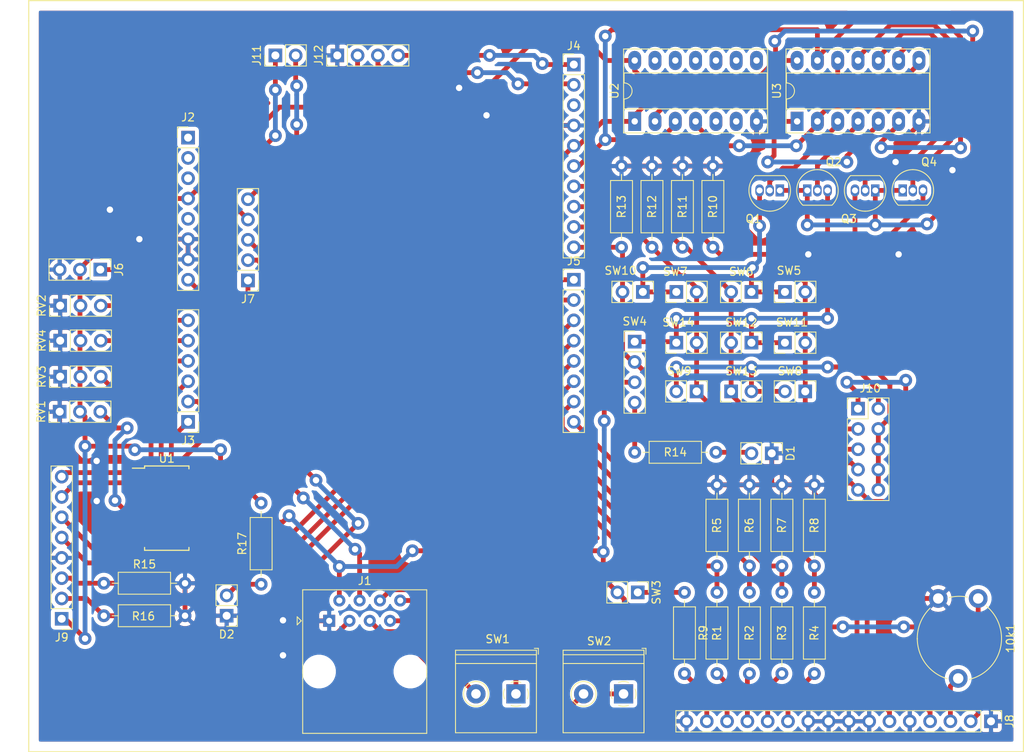
<source format=kicad_pcb>
(kicad_pcb (version 20171130) (host pcbnew 5.1.4)
  (layers (0 F.Cu signal) (31 B.Cu signal) (34 B.Paste user) (35 F.Paste user) (36 B.SilkS user) (37 F.SilkS user) (38 B.Mask user) (39 F.Mask user) (44 Edge.Cuts user))
  (net 0 "")
  (net 1 GND)
  (net 2 "Net-(10k1-Pad2)")
  (net 3 5Vin)
  (net 4 "Net-(D1-Pad2)")
  (net 5 "Net-(D2-Pad2)")
  (net 6 "Net-(J1-Pad8)")
  (net 7 "Net-(J1-Pad7)")
  (net 8 "Net-(J1-Pad6)")
  (net 9 "Net-(J1-Pad5)")
  (net 10 TX)
  (net 11 RX)
  (net 12 "Net-(J2-Pad5)")
  (net 13 +3V3)
  (net 14 "Net-(J2-Pad3)")
  (net 15 "Net-(J2-Pad2)")
  (net 16 "Net-(J2-Pad1)")
  (net 17 A5)
  (net 18 A4)
  (net 19 A3)
  (net 20 A2)
  (net 21 A1)
  (net 22 A0)
  (net 23 D3)
  (net 24 D2)
  (net 25 D1)
  (net 26 D0)
  (net 27 D_SEL)
  (net 28 ANA_SEL)
  (net 29 "Net-(J4-Pad3)")
  (net 30 RS)
  (net 31 E)
  (net 32 "Net-(J5-Pad6)")
  (net 33 "Net-(J5-Pad5)")
  (net 34 "Net-(J5-Pad4)")
  (net 35 "Net-(J5-Pad3)")
  (net 36 SW1)
  (net 37 SW2)
  (net 38 GP2)
  (net 39 GP1)
  (net 40 LED1)
  (net 41 "Net-(J8-Pad15)")
  (net 42 DB7)
  (net 43 DB6)
  (net 44 DB5)
  (net 45 DB4)
  (net 46 JA)
  (net 47 JZ)
  (net 48 JY)
  (net 49 JX)
  (net 50 M3)
  (net 51 M2)
  (net 52 M0)
  (net 53 "Net-(Q1-Pad2)")
  (net 54 M1)
  (net 55 "Net-(Q2-Pad2)")
  (net 56 "Net-(Q3-Pad2)")
  (net 57 "Net-(Q4-Pad2)")
  (net 58 "Net-(R9-Pad1)")
  (net 59 "Net-(R14-Pad2)")
  (net 60 P0)
  (net 61 P1)
  (net 62 "Net-(U2-Pad4)")
  (net 63 "Net-(U2-Pad2)")
  (net 64 "Net-(J12-Pad3)")
  (net 65 "Net-(J12-Pad4)")
  (module Connector_PinHeader_2.54mm:PinHeader_1x04_P2.54mm_Vertical (layer F.Cu) (at 122.428 53.848 90)
    (fp_text reference J12 (at 0 -2.33 90) (layer F.SilkS))
    (fp_text value Conn_01x04)
    (pad 4 thru_hole oval (at 0 7.62 90) (size 1.7 1.7) (drill 1) (layers *.Cu *.Mask) (net 65 "Net-(J12-Pad4)"))
    (pad 3 thru_hole oval (at 0 5.08 90) (size 1.7 1.7) (drill 1) (layers *.Cu *.Mask) (net 64 "Net-(J12-Pad3)"))
    (pad 2 thru_hole oval (at 0 2.54 90) (size 1.7 1.7) (drill 1) (layers *.Cu *.Mask) (net 13 +3V3))
    (pad 1 thru_hole rect (at 0 0 90) (size 1.7 1.7) (drill 1) (layers *.Cu *.Mask) (net 1 GND))
  )
  (module Connector_PinHeader_2.54mm:PinHeader_1x02_P2.54mm_Vertical (layer F.Cu) (at 114.681 53.848 90)
    (fp_text reference J11 (at 0 -2.33 90) (layer F.SilkS))
    (fp_text value Conn_01x02)
    (pad 2 thru_hole oval (at 0 2.54 90) (size 1.7 1.7) (drill 1) (layers *.Cu *.Mask) (net 38 GP2))
    (pad 1 thru_hole rect (at 0 0 90) (size 1.7 1.7) (drill 1) (layers *.Cu *.Mask) (net 39 GP1))
  )
  (module Resistor_THT:R_Axial_DIN0207_L6.3mm_D2.5mm_P10.16mm_Horizontal (layer F.Cu) (at 93.218 119.888)
    (fp_text reference R15 (at 5.08 -2.37) (layer F.SilkS))
    (fp_text value 10k)
    (pad 2 thru_hole oval (at 10.16 0) (size 1.6 1.6) (drill 0.8) (layers *.Cu *.Mask) (net 1 GND))
    (pad 1 thru_hole circle (at 0 0) (size 1.6 1.6) (drill 0.8) (layers *.Cu *.Mask) (net 37 SW2))
  )
  (module Connector_PinHeader_2.54mm:PinHeader_2x05_P2.54mm_Vertical (layer F.Cu) (at 187.579 98.044)
    (fp_text reference J10 (at 1.524 -2.54) (layer F.SilkS))
    (fp_text value Conn_02x05_Odd_Even)
    (pad 10 thru_hole oval (at 2.54 10.16) (size 1.7 1.7) (drill 1) (layers *.Cu *.Mask) (net 50 M3))
    (pad 9 thru_hole oval (at 0 10.16) (size 1.7 1.7) (drill 1) (layers *.Cu *.Mask) (net 23 D3))
    (pad 8 thru_hole oval (at 2.54 7.62) (size 1.7 1.7) (drill 1) (layers *.Cu *.Mask) (net 50 M3))
    (pad 7 thru_hole oval (at 0 7.62) (size 1.7 1.7) (drill 1) (layers *.Cu *.Mask) (net 24 D2))
    (pad 6 thru_hole oval (at 2.54 5.08) (size 1.7 1.7) (drill 1) (layers *.Cu *.Mask) (net 50 M3))
    (pad 5 thru_hole oval (at 0 5.08) (size 1.7 1.7) (drill 1) (layers *.Cu *.Mask) (net 25 D1))
    (pad 4 thru_hole oval (at 2.54 2.54) (size 1.7 1.7) (drill 1) (layers *.Cu *.Mask) (net 50 M3))
    (pad 3 thru_hole oval (at 0 2.54) (size 1.7 1.7) (drill 1) (layers *.Cu *.Mask) (net 26 D0))
    (pad 2 thru_hole oval (at 2.54 0) (size 1.7 1.7) (drill 1) (layers *.Cu *.Mask) (net 51 M2))
    (pad 1 thru_hole rect (at 0 0) (size 1.7 1.7) (drill 1) (layers *.Cu *.Mask) (net 23 D3))
  )
  (module TerminalBlock_Philmore:TerminalBlock_Philmore_TB132_1x02_P5.00mm_Horizontal (layer F.Cu) (at 144.78 133.731 180)
    (fp_text reference SW1 (at 2.286 6.858 180) (layer F.SilkS))
    (fp_text value SW_SPST)
    (pad 2 thru_hole circle (at 5 0 180) (size 2.4 2.4) (drill 1.2) (layers *.Cu *.Mask) (net 7 "Net-(J1-Pad7)"))
    (pad 1 thru_hole rect (at 0 0 180) (size 2.4 2.4) (drill 1.2) (layers *.Cu *.Mask) (net 6 "Net-(J1-Pad8)"))
  )
  (module TerminalBlock_Philmore:TerminalBlock_Philmore_TB132_1x02_P5.00mm_Horizontal (layer F.Cu) (at 158.242 133.731 180)
    (fp_text reference SW2 (at 3.048 6.604 180) (layer F.SilkS))
    (fp_text value SW_SPST)
    (pad 2 thru_hole circle (at 5 0 180) (size 2.4 2.4) (drill 1.2) (layers *.Cu *.Mask) (net 9 "Net-(J1-Pad5)"))
    (pad 1 thru_hole rect (at 0 0 180) (size 2.4 2.4) (drill 1.2) (layers *.Cu *.Mask) (net 8 "Net-(J1-Pad6)"))
  )
  (module Connector_PinHeader_2.54mm:PinHeader_1x06_P2.54mm_Vertical (layer F.Cu) (at 103.759 99.695 180)
    (fp_text reference J3 (at 0 -2.33) (layer F.SilkS))
    (fp_text value Conn_01x06_Female)
    (pad 6 thru_hole oval (at 0 12.7 180) (size 1.7 1.7) (drill 1) (layers *.Cu *.Mask) (net 17 A5))
    (pad 5 thru_hole oval (at 0 10.16 180) (size 1.7 1.7) (drill 1) (layers *.Cu *.Mask) (net 18 A4))
    (pad 4 thru_hole oval (at 0 7.62 180) (size 1.7 1.7) (drill 1) (layers *.Cu *.Mask) (net 19 A3))
    (pad 3 thru_hole oval (at 0 5.08 180) (size 1.7 1.7) (drill 1) (layers *.Cu *.Mask) (net 20 A2))
    (pad 2 thru_hole oval (at 0 2.54 180) (size 1.7 1.7) (drill 1) (layers *.Cu *.Mask) (net 21 A1))
    (pad 1 thru_hole rect (at 0 0 180) (size 1.7 1.7) (drill 1) (layers *.Cu *.Mask) (net 22 A0))
  )
  (module Package_SO:SOIC-16W_5.3x10.2mm_P1.27mm (layer F.Cu) (at 101.092 110.49)
    (fp_text reference U1 (at 0 -6.2) (layer F.SilkS))
    (fp_text value 4053)
    (pad 16 smd rect (at 3.55 -4.445) (size 1.5 0.6) (layers F.Cu F.Paste F.Mask) (net 13 +3V3))
    (pad 15 smd rect (at 3.55 -3.175) (size 1.5 0.6) (layers F.Cu F.Paste F.Mask) (net 21 A1))
    (pad 14 smd rect (at 3.55 -1.905) (size 1.5 0.6) (layers F.Cu F.Paste F.Mask) (net 22 A0))
    (pad 13 smd rect (at 3.55 -0.635) (size 1.5 0.6) (layers F.Cu F.Paste F.Mask) (net 48 JY))
    (pad 12 smd rect (at 3.55 0.635) (size 1.5 0.6) (layers F.Cu F.Paste F.Mask) (net 49 JX))
    (pad 11 smd rect (at 3.55 1.905) (size 1.5 0.6) (layers F.Cu F.Paste F.Mask) (net 28 ANA_SEL))
    (pad 10 smd rect (at 3.55 3.175) (size 1.5 0.6) (layers F.Cu F.Paste F.Mask) (net 28 ANA_SEL))
    (pad 9 smd rect (at 3.55 4.445) (size 1.5 0.6) (layers F.Cu F.Paste F.Mask) (net 28 ANA_SEL))
    (pad 8 smd rect (at -3.55 4.445) (size 1.5 0.6) (layers F.Cu F.Paste F.Mask) (net 1 GND))
    (pad 7 smd rect (at -3.55 3.175) (size 1.5 0.6) (layers F.Cu F.Paste F.Mask) (net 1 GND))
    (pad 6 smd rect (at -3.55 1.905) (size 1.5 0.6) (layers F.Cu F.Paste F.Mask) (net 1 GND))
    (pad 5 smd rect (at -3.55 0.635) (size 1.5 0.6) (layers F.Cu F.Paste F.Mask) (net 60 P0))
    (pad 4 smd rect (at -3.55 -0.635) (size 1.5 0.6) (layers F.Cu F.Paste F.Mask) (net 20 A2))
    (pad 3 smd rect (at -3.55 -1.905) (size 1.5 0.6) (layers F.Cu F.Paste F.Mask) (net 61 P1))
    (pad 2 smd rect (at -3.55 -3.175) (size 1.5 0.6) (layers F.Cu F.Paste F.Mask) (net 47 JZ))
    (pad 1 smd rect (at -3.55 -4.445) (size 1.5 0.6) (layers F.Cu F.Paste F.Mask) (net 46 JA))
  )
  (module Connector_PinHeader_2.54mm:PinHeader_1x08_P2.54mm_Vertical (layer F.Cu) (at 87.9475 124.333 180)
    (fp_text reference J9 (at 0 -2.33) (layer F.SilkS))
    (fp_text value Conn_01x08_Female)
    (pad 8 thru_hole oval (at 0 17.78 180) (size 1.7 1.7) (drill 1) (layers *.Cu *.Mask) (net 46 JA))
    (pad 7 thru_hole oval (at 0 15.24 180) (size 1.7 1.7) (drill 1) (layers *.Cu *.Mask) (net 47 JZ))
    (pad 6 thru_hole oval (at 0 12.7 180) (size 1.7 1.7) (drill 1) (layers *.Cu *.Mask) (net 48 JY))
    (pad 5 thru_hole oval (at 0 10.16 180) (size 1.7 1.7) (drill 1) (layers *.Cu *.Mask) (net 49 JX))
    (pad 4 thru_hole oval (at 0 7.62 180) (size 1.7 1.7) (drill 1) (layers *.Cu *.Mask) (net 1 GND))
    (pad 3 thru_hole oval (at 0 5.08 180) (size 1.7 1.7) (drill 1) (layers *.Cu *.Mask) (net 37 SW2))
    (pad 2 thru_hole oval (at 0 2.54 180) (size 1.7 1.7) (drill 1) (layers *.Cu *.Mask) (net 36 SW1))
    (pad 1 thru_hole rect (at 0 0 180) (size 1.7 1.7) (drill 1) (layers *.Cu *.Mask) (net 13 +3V3))
  )
  (module Package_DIP:DIP-14_W7.62mm_Socket_LongPads (layer F.Cu) (at 179.959 62.103 90)
    (fp_text reference U3 (at 3.81 -2.54 90) (layer F.SilkS))
    (fp_text value 4001)
    (pad 14 thru_hole oval (at 7.62 0 90) (size 2.4 1.6) (drill 0.8) (layers *.Cu *.Mask) (net 13 +3V3))
    (pad 7 thru_hole oval (at 0 15.24 90) (size 2.4 1.6) (drill 0.8) (layers *.Cu *.Mask) (net 1 GND))
    (pad 13 thru_hole oval (at 7.62 2.54 90) (size 2.4 1.6) (drill 0.8) (layers *.Cu *.Mask) (net 27 D_SEL))
    (pad 6 thru_hole oval (at 0 12.7 90) (size 2.4 1.6) (drill 0.8) (layers *.Cu *.Mask) (net 27 D_SEL))
    (pad 12 thru_hole oval (at 7.62 5.08 90) (size 2.4 1.6) (drill 0.8) (layers *.Cu *.Mask) (net 28 ANA_SEL))
    (pad 5 thru_hole oval (at 0 10.16 90) (size 2.4 1.6) (drill 0.8) (layers *.Cu *.Mask) (net 63 "Net-(U2-Pad2)"))
    (pad 11 thru_hole oval (at 7.62 7.62 90) (size 2.4 1.6) (drill 0.8) (layers *.Cu *.Mask) (net 57 "Net-(Q4-Pad2)"))
    (pad 4 thru_hole oval (at 0 7.62 90) (size 2.4 1.6) (drill 0.8) (layers *.Cu *.Mask) (net 55 "Net-(Q2-Pad2)"))
    (pad 10 thru_hole oval (at 7.62 10.16 90) (size 2.4 1.6) (drill 0.8) (layers *.Cu *.Mask) (net 56 "Net-(Q3-Pad2)"))
    (pad 3 thru_hole oval (at 0 5.08 90) (size 2.4 1.6) (drill 0.8) (layers *.Cu *.Mask) (net 53 "Net-(Q1-Pad2)"))
    (pad 9 thru_hole oval (at 7.62 12.7 90) (size 2.4 1.6) (drill 0.8) (layers *.Cu *.Mask) (net 62 "Net-(U2-Pad4)"))
    (pad 2 thru_hole oval (at 0 2.54 90) (size 2.4 1.6) (drill 0.8) (layers *.Cu *.Mask) (net 62 "Net-(U2-Pad4)"))
    (pad 8 thru_hole oval (at 7.62 15.24 90) (size 2.4 1.6) (drill 0.8) (layers *.Cu *.Mask) (net 28 ANA_SEL))
    (pad 1 thru_hole rect (at 0 0 90) (size 2.4 1.6) (drill 0.8) (layers *.Cu *.Mask) (net 63 "Net-(U2-Pad2)"))
  )
  (module Package_DIP:DIP-14_W7.62mm_Socket_LongPads (layer F.Cu) (at 159.639 62.103 90)
    (fp_text reference U2 (at 3.81 -2.54 90) (layer F.SilkS))
    (fp_text value 40106)
    (pad 14 thru_hole oval (at 7.62 0 90) (size 2.4 1.6) (drill 0.8) (layers *.Cu *.Mask) (net 13 +3V3))
    (pad 7 thru_hole oval (at 0 15.24 90) (size 2.4 1.6) (drill 0.8) (layers *.Cu *.Mask) (net 1 GND))
    (pad 13 thru_hole oval (at 7.62 2.54 90) (size 2.4 1.6) (drill 0.8) (layers *.Cu *.Mask))
    (pad 6 thru_hole oval (at 0 12.7 90) (size 2.4 1.6) (drill 0.8) (layers *.Cu *.Mask))
    (pad 12 thru_hole oval (at 7.62 5.08 90) (size 2.4 1.6) (drill 0.8) (layers *.Cu *.Mask))
    (pad 5 thru_hole oval (at 0 10.16 90) (size 2.4 1.6) (drill 0.8) (layers *.Cu *.Mask))
    (pad 11 thru_hole oval (at 7.62 7.62 90) (size 2.4 1.6) (drill 0.8) (layers *.Cu *.Mask))
    (pad 4 thru_hole oval (at 0 7.62 90) (size 2.4 1.6) (drill 0.8) (layers *.Cu *.Mask) (net 62 "Net-(U2-Pad4)"))
    (pad 10 thru_hole oval (at 7.62 10.16 90) (size 2.4 1.6) (drill 0.8) (layers *.Cu *.Mask))
    (pad 3 thru_hole oval (at 0 5.08 90) (size 2.4 1.6) (drill 0.8) (layers *.Cu *.Mask) (net 27 D_SEL))
    (pad 9 thru_hole oval (at 7.62 12.7 90) (size 2.4 1.6) (drill 0.8) (layers *.Cu *.Mask))
    (pad 2 thru_hole oval (at 0 2.54 90) (size 2.4 1.6) (drill 0.8) (layers *.Cu *.Mask) (net 63 "Net-(U2-Pad2)"))
    (pad 8 thru_hole oval (at 7.62 15.24 90) (size 2.4 1.6) (drill 0.8) (layers *.Cu *.Mask))
    (pad 1 thru_hole rect (at 0 0 90) (size 2.4 1.6) (drill 0.8) (layers *.Cu *.Mask) (net 28 ANA_SEL))
  )
  (module Connector_PinHeader_2.54mm:PinHeader_1x02_P2.54mm_Vertical (layer F.Cu) (at 164.846 89.789 90)
    (fp_text reference SW14 (at 2.54 0.254 180) (layer F.SilkS))
    (fp_text value SW_Push)
    (pad 2 thru_hole oval (at 0 2.54 90) (size 1.7 1.7) (drill 1) (layers *.Cu *.Mask) (net 24 D2))
    (pad 1 thru_hole rect (at 0 0 90) (size 1.7 1.7) (drill 1) (layers *.Cu *.Mask) (net 54 M1))
  )
  (module Connector_PinHeader_2.54mm:PinHeader_1x02_P2.54mm_Vertical (layer F.Cu) (at 171.704 95.885 90)
    (fp_text reference SW13 (at 2.54 1.27) (layer F.SilkS))
    (fp_text value SW_SPST)
    (pad 2 thru_hole oval (at 0 2.54 90) (size 1.7 1.7) (drill 1) (layers *.Cu *.Mask) (net 51 M2))
    (pad 1 thru_hole rect (at 0 0 90) (size 1.7 1.7) (drill 1) (layers *.Cu *.Mask) (net 25 D1))
  )
  (module Connector_PinHeader_2.54mm:PinHeader_1x02_P2.54mm_Vertical (layer F.Cu) (at 174.244 89.789 270)
    (fp_text reference SW12 (at -2.54 1.27 180) (layer F.SilkS))
    (fp_text value SW_Push)
    (pad 2 thru_hole oval (at 0 2.54 270) (size 1.7 1.7) (drill 1) (layers *.Cu *.Mask) (net 25 D1))
    (pad 1 thru_hole rect (at 0 0 270) (size 1.7 1.7) (drill 1) (layers *.Cu *.Mask) (net 54 M1))
  )
  (module Connector_PinHeader_2.54mm:PinHeader_1x02_P2.54mm_Vertical (layer F.Cu) (at 178.435 89.789 90)
    (fp_text reference SW11 (at 2.54 0.889 180) (layer F.SilkS))
    (fp_text value SW_Push)
    (pad 2 thru_hole oval (at 0 2.54 90) (size 1.7 1.7) (drill 1) (layers *.Cu *.Mask) (net 26 D0))
    (pad 1 thru_hole rect (at 0 0 90) (size 1.7 1.7) (drill 1) (layers *.Cu *.Mask) (net 54 M1))
  )
  (module Connector_PinHeader_2.54mm:PinHeader_1x02_P2.54mm_Vertical (layer F.Cu) (at 160.655 83.439 270)
    (fp_text reference SW10 (at -2.667 2.794 180) (layer F.SilkS))
    (fp_text value SW_Push)
    (pad 2 thru_hole oval (at 0 2.54 270) (size 1.7 1.7) (drill 1) (layers *.Cu *.Mask) (net 23 D3))
    (pad 1 thru_hole rect (at 0 0 270) (size 1.7 1.7) (drill 1) (layers *.Cu *.Mask) (net 52 M0))
  )
  (module Connector_PinHeader_2.54mm:PinHeader_1x02_P2.54mm_Vertical (layer F.Cu) (at 167.386 95.885 270)
    (fp_text reference SW9 (at -2.54 2.159 180) (layer F.SilkS))
    (fp_text value SW_SPST)
    (pad 2 thru_hole oval (at 0 2.54 270) (size 1.7 1.7) (drill 1) (layers *.Cu *.Mask) (net 51 M2))
    (pad 1 thru_hole rect (at 0 0 270) (size 1.7 1.7) (drill 1) (layers *.Cu *.Mask) (net 24 D2))
  )
  (module Connector_PinHeader_2.54mm:PinHeader_1x02_P2.54mm_Vertical (layer F.Cu) (at 180.975 95.885 270)
    (fp_text reference SW8 (at -2.54 1.905 180) (layer F.SilkS))
    (fp_text value SW_SPST)
    (pad 2 thru_hole oval (at 0 2.54 270) (size 1.7 1.7) (drill 1) (layers *.Cu *.Mask) (net 51 M2))
    (pad 1 thru_hole rect (at 0 0 270) (size 1.7 1.7) (drill 1) (layers *.Cu *.Mask) (net 26 D0))
  )
  (module Connector_PinHeader_2.54mm:PinHeader_1x02_P2.54mm_Vertical (layer F.Cu) (at 164.846 83.439 90)
    (fp_text reference SW7 (at 2.54 -0.127 180) (layer F.SilkS))
    (fp_text value SW_Push)
    (pad 2 thru_hole oval (at 0 2.54 90) (size 1.7 1.7) (drill 1) (layers *.Cu *.Mask) (net 24 D2))
    (pad 1 thru_hole rect (at 0 0 90) (size 1.7 1.7) (drill 1) (layers *.Cu *.Mask) (net 52 M0))
  )
  (module Connector_PinHeader_2.54mm:PinHeader_1x02_P2.54mm_Vertical (layer F.Cu) (at 174.244 83.439 270)
    (fp_text reference SW6 (at -2.54 1.27 180) (layer F.SilkS))
    (fp_text value SW_Push)
    (pad 2 thru_hole oval (at 0 2.54 270) (size 1.7 1.7) (drill 1) (layers *.Cu *.Mask) (net 25 D1))
    (pad 1 thru_hole rect (at 0 0 270) (size 1.7 1.7) (drill 1) (layers *.Cu *.Mask) (net 52 M0))
  )
  (module Connector_PinHeader_2.54mm:PinHeader_1x02_P2.54mm_Vertical (layer F.Cu) (at 178.435 83.439 90)
    (fp_text reference SW5 (at 2.667 0.508 180) (layer F.SilkS))
    (fp_text value SW_Push)
    (pad 2 thru_hole oval (at 0 2.54 90) (size 1.7 1.7) (drill 1) (layers *.Cu *.Mask) (net 26 D0))
    (pad 1 thru_hole rect (at 0 0 90) (size 1.7 1.7) (drill 1) (layers *.Cu *.Mask) (net 52 M0))
  )
  (module Connector_PinHeader_2.54mm:PinHeader_1x04_P2.54mm_Vertical (layer F.Cu) (at 159.639 89.662)
    (fp_text reference SW4 (at 0 -2.54) (layer F.SilkS))
    (fp_text value SW_DPST)
    (pad 4 thru_hole oval (at 0 7.62) (size 1.7 1.7) (drill 1) (layers *.Cu *.Mask) (net 59 "Net-(R14-Pad2)"))
    (pad 3 thru_hole oval (at 0 5.08) (size 1.7 1.7) (drill 1) (layers *.Cu *.Mask) (net 3 5Vin))
    (pad 2 thru_hole oval (at 0 2.54) (size 1.7 1.7) (drill 1) (layers *.Cu *.Mask) (net 23 D3))
    (pad 1 thru_hole rect (at 0 0) (size 1.7 1.7) (drill 1) (layers *.Cu *.Mask) (net 54 M1))
  )
  (module Connector_PinHeader_2.54mm:PinHeader_1x02_P2.54mm_Vertical (layer F.Cu) (at 160.02 121.031 270)
    (fp_text reference SW3 (at 0 -2.33 90) (layer F.SilkS))
    (fp_text value SW_SPST)
    (pad 2 thru_hole oval (at 0 2.54 270) (size 1.7 1.7) (drill 1) (layers *.Cu *.Mask) (net 3 5Vin))
    (pad 1 thru_hole rect (at 0 0 270) (size 1.7 1.7) (drill 1) (layers *.Cu *.Mask) (net 58 "Net-(R9-Pad1)"))
  )
  (module Connector_PinHeader_2.54mm:PinHeader_1x03_P2.54mm_Vertical (layer F.Cu) (at 87.757 89.535 90)
    (fp_text reference RV4 (at 0 -2.33 90) (layer F.SilkS))
    (fp_text value R_POT)
    (pad 2 thru_hole oval (at 0 5.08 90) (size 1.7 1.7) (drill 1) (layers *.Cu *.Mask) (net 19 A3))
    (pad 3 thru_hole oval (at 0 2.54 90) (size 1.7 1.7) (drill 1) (layers *.Cu *.Mask) (net 13 +3V3))
    (pad 1 thru_hole rect (at 0 0 90) (size 1.7 1.7) (drill 1) (layers *.Cu *.Mask) (net 1 GND))
  )
  (module Connector_PinHeader_2.54mm:PinHeader_1x03_P2.54mm_Vertical (layer F.Cu) (at 87.757 94.0435 90)
    (fp_text reference RV3 (at 0 -2.33 90) (layer F.SilkS))
    (fp_text value R_POT)
    (pad 2 thru_hole oval (at 0 5.08 90) (size 1.7 1.7) (drill 1) (layers *.Cu *.Mask) (net 61 P1))
    (pad 3 thru_hole oval (at 0 2.54 90) (size 1.7 1.7) (drill 1) (layers *.Cu *.Mask) (net 13 +3V3))
    (pad 1 thru_hole rect (at 0 0 90) (size 1.7 1.7) (drill 1) (layers *.Cu *.Mask) (net 1 GND))
  )
  (module Connector_PinHeader_2.54mm:PinHeader_1x03_P2.54mm_Vertical (layer F.Cu) (at 87.757 85.1535 90)
    (fp_text reference RV2 (at 0 -2.33 90) (layer F.SilkS))
    (fp_text value R_POT)
    (pad 2 thru_hole oval (at 0 5.08 90) (size 1.7 1.7) (drill 1) (layers *.Cu *.Mask) (net 18 A4))
    (pad 3 thru_hole oval (at 0 2.54 90) (size 1.7 1.7) (drill 1) (layers *.Cu *.Mask) (net 13 +3V3))
    (pad 1 thru_hole rect (at 0 0 90) (size 1.7 1.7) (drill 1) (layers *.Cu *.Mask) (net 1 GND))
  )
  (module Connector_PinHeader_2.54mm:PinHeader_1x03_P2.54mm_Vertical (layer F.Cu) (at 87.6935 98.425 90)
    (fp_text reference RV1 (at 0 -2.33 90) (layer F.SilkS))
    (fp_text value R_POT)
    (pad 2 thru_hole oval (at 0 5.08 90) (size 1.7 1.7) (drill 1) (layers *.Cu *.Mask) (net 60 P0))
    (pad 3 thru_hole oval (at 0 2.54 90) (size 1.7 1.7) (drill 1) (layers *.Cu *.Mask) (net 13 +3V3))
    (pad 1 thru_hole rect (at 0 0 90) (size 1.7 1.7) (drill 1) (layers *.Cu *.Mask) (net 1 GND))
  )
  (module Resistor_THT:R_Axial_DIN0207_L6.3mm_D2.5mm_P10.16mm_Horizontal (layer F.Cu) (at 112.903 120.015 90)
    (fp_text reference R17 (at 5.08 -2.37 90) (layer F.SilkS))
    (fp_text value 220)
    (pad 2 thru_hole oval (at 10.16 0 90) (size 1.6 1.6) (drill 0.8) (layers *.Cu *.Mask) (net 40 LED1))
    (pad 1 thru_hole circle (at 0 0 90) (size 1.6 1.6) (drill 0.8) (layers *.Cu *.Mask) (net 5 "Net-(D2-Pad2)"))
  )
  (module Resistor_THT:R_Axial_DIN0207_L6.3mm_D2.5mm_P10.16mm_Horizontal (layer F.Cu) (at 103.378 123.952 180)
    (fp_text reference R16 (at 5.207 -0.065) (layer F.SilkS))
    (fp_text value 10k)
    (pad 2 thru_hole oval (at 10.16 0 180) (size 1.6 1.6) (drill 0.8) (layers *.Cu *.Mask) (net 36 SW1))
    (pad 1 thru_hole circle (at 0 0 180) (size 1.6 1.6) (drill 0.8) (layers *.Cu *.Mask) (net 1 GND))
  )
  (module Resistor_THT:R_Axial_DIN0207_L6.3mm_D2.5mm_P10.16mm_Horizontal (layer F.Cu) (at 169.799 103.505 180)
    (fp_text reference R14 (at 5.08 0) (layer F.SilkS))
    (fp_text value 220)
    (pad 2 thru_hole oval (at 10.16 0 180) (size 1.6 1.6) (drill 0.8) (layers *.Cu *.Mask) (net 59 "Net-(R14-Pad2)"))
    (pad 1 thru_hole circle (at 0 0 180) (size 1.6 1.6) (drill 0.8) (layers *.Cu *.Mask) (net 4 "Net-(D1-Pad2)"))
  )
  (module Resistor_THT:R_Axial_DIN0207_L6.3mm_D2.5mm_P10.16mm_Horizontal (layer F.Cu) (at 157.988 77.851 90)
    (fp_text reference R13 (at 5.08 0 90) (layer F.SilkS))
    (fp_text value 10K)
    (pad 2 thru_hole oval (at 10.16 0 90) (size 1.6 1.6) (drill 0.8) (layers *.Cu *.Mask) (net 1 GND))
    (pad 1 thru_hole circle (at 0 0 90) (size 1.6 1.6) (drill 0.8) (layers *.Cu *.Mask) (net 23 D3))
  )
  (module Resistor_THT:R_Axial_DIN0207_L6.3mm_D2.5mm_P10.16mm_Horizontal (layer F.Cu) (at 161.798 77.851 90)
    (fp_text reference R12 (at 5.08 0 90) (layer F.SilkS))
    (fp_text value 10K)
    (pad 2 thru_hole oval (at 10.16 0 90) (size 1.6 1.6) (drill 0.8) (layers *.Cu *.Mask) (net 1 GND))
    (pad 1 thru_hole circle (at 0 0 90) (size 1.6 1.6) (drill 0.8) (layers *.Cu *.Mask) (net 24 D2))
  )
  (module Resistor_THT:R_Axial_DIN0207_L6.3mm_D2.5mm_P10.16mm_Horizontal (layer F.Cu) (at 165.608 77.851 90)
    (fp_text reference R11 (at 5.08 0 90) (layer F.SilkS))
    (fp_text value 10K)
    (pad 2 thru_hole oval (at 10.16 0 90) (size 1.6 1.6) (drill 0.8) (layers *.Cu *.Mask) (net 1 GND))
    (pad 1 thru_hole circle (at 0 0 90) (size 1.6 1.6) (drill 0.8) (layers *.Cu *.Mask) (net 25 D1))
  )
  (module Resistor_THT:R_Axial_DIN0207_L6.3mm_D2.5mm_P10.16mm_Horizontal (layer F.Cu) (at 169.418 77.851 90)
    (fp_text reference R10 (at 5.08 0 90) (layer F.SilkS))
    (fp_text value 10K)
    (pad 2 thru_hole oval (at 10.16 0 90) (size 1.6 1.6) (drill 0.8) (layers *.Cu *.Mask) (net 1 GND))
    (pad 1 thru_hole circle (at 0 0 90) (size 1.6 1.6) (drill 0.8) (layers *.Cu *.Mask) (net 26 D0))
  )
  (module Resistor_THT:R_Axial_DIN0207_L6.3mm_D2.5mm_P10.16mm_Horizontal (layer F.Cu) (at 165.862 121.031 270)
    (fp_text reference R9 (at 5.08 -2.37 90) (layer F.SilkS))
    (fp_text value 33)
    (pad 2 thru_hole oval (at 10.16 0 270) (size 1.6 1.6) (drill 0.8) (layers *.Cu *.Mask) (net 41 "Net-(J8-Pad15)"))
    (pad 1 thru_hole circle (at 0 0 270) (size 1.6 1.6) (drill 0.8) (layers *.Cu *.Mask) (net 58 "Net-(R9-Pad1)"))
  )
  (module Resistor_THT:R_Axial_DIN0207_L6.3mm_D2.5mm_P10.16mm_Horizontal (layer F.Cu) (at 182.118 117.729 90)
    (fp_text reference R8 (at 5.08 0 90) (layer F.SilkS))
    (fp_text value 4.7k)
    (pad 2 thru_hole oval (at 10.16 0 90) (size 1.6 1.6) (drill 0.8) (layers *.Cu *.Mask) (net 1 GND))
    (pad 1 thru_hole circle (at 0 0 90) (size 1.6 1.6) (drill 0.8) (layers *.Cu *.Mask) (net 32 "Net-(J5-Pad6)"))
  )
  (module Resistor_THT:R_Axial_DIN0207_L6.3mm_D2.5mm_P10.16mm_Horizontal (layer F.Cu) (at 178.054 117.729 90)
    (fp_text reference R7 (at 5.08 0 90) (layer F.SilkS))
    (fp_text value 4.7k)
    (pad 2 thru_hole oval (at 10.16 0 90) (size 1.6 1.6) (drill 0.8) (layers *.Cu *.Mask) (net 1 GND))
    (pad 1 thru_hole circle (at 0 0 90) (size 1.6 1.6) (drill 0.8) (layers *.Cu *.Mask) (net 33 "Net-(J5-Pad5)"))
  )
  (module Resistor_THT:R_Axial_DIN0207_L6.3mm_D2.5mm_P10.16mm_Horizontal (layer F.Cu) (at 173.99 117.729 90)
    (fp_text reference R6 (at 5.08 0 90) (layer F.SilkS))
    (fp_text value 4.7k)
    (pad 2 thru_hole oval (at 10.16 0 90) (size 1.6 1.6) (drill 0.8) (layers *.Cu *.Mask) (net 1 GND))
    (pad 1 thru_hole circle (at 0 0 90) (size 1.6 1.6) (drill 0.8) (layers *.Cu *.Mask) (net 34 "Net-(J5-Pad4)"))
  )
  (module Resistor_THT:R_Axial_DIN0207_L6.3mm_D2.5mm_P10.16mm_Horizontal (layer F.Cu) (at 169.926 117.729 90)
    (fp_text reference R5 (at 5.08 0 90) (layer F.SilkS))
    (fp_text value 4.7k)
    (pad 2 thru_hole oval (at 10.16 0 90) (size 1.6 1.6) (drill 0.8) (layers *.Cu *.Mask) (net 1 GND))
    (pad 1 thru_hole circle (at 0 0 90) (size 1.6 1.6) (drill 0.8) (layers *.Cu *.Mask) (net 35 "Net-(J5-Pad3)"))
  )
  (module Resistor_THT:R_Axial_DIN0207_L6.3mm_D2.5mm_P10.16mm_Horizontal (layer F.Cu) (at 182.118 131.191 90)
    (fp_text reference R4 (at 5.08 0 90) (layer F.SilkS))
    (fp_text value 4.7k)
    (pad 2 thru_hole oval (at 10.16 0 90) (size 1.6 1.6) (drill 0.8) (layers *.Cu *.Mask) (net 32 "Net-(J5-Pad6)"))
    (pad 1 thru_hole circle (at 0 0 90) (size 1.6 1.6) (drill 0.8) (layers *.Cu *.Mask) (net 45 DB4))
  )
  (module Resistor_THT:R_Axial_DIN0207_L6.3mm_D2.5mm_P10.16mm_Horizontal (layer F.Cu) (at 178.054 131.191 90)
    (fp_text reference R3 (at 5.08 0 90) (layer F.SilkS))
    (fp_text value 4.7k)
    (pad 2 thru_hole oval (at 10.16 0 90) (size 1.6 1.6) (drill 0.8) (layers *.Cu *.Mask) (net 33 "Net-(J5-Pad5)"))
    (pad 1 thru_hole circle (at 0 0 90) (size 1.6 1.6) (drill 0.8) (layers *.Cu *.Mask) (net 44 DB5))
  )
  (module Resistor_THT:R_Axial_DIN0207_L6.3mm_D2.5mm_P10.16mm_Horizontal (layer F.Cu) (at 173.99 131.191 90)
    (fp_text reference R2 (at 5.08 0 90) (layer F.SilkS))
    (fp_text value 4.7k)
    (pad 2 thru_hole oval (at 10.16 0 90) (size 1.6 1.6) (drill 0.8) (layers *.Cu *.Mask) (net 34 "Net-(J5-Pad4)"))
    (pad 1 thru_hole circle (at 0 0 90) (size 1.6 1.6) (drill 0.8) (layers *.Cu *.Mask) (net 43 DB6))
  )
  (module Resistor_THT:R_Axial_DIN0207_L6.3mm_D2.5mm_P10.16mm_Horizontal (layer F.Cu) (at 169.926 131.191 90)
    (fp_text reference R1 (at 5.08 0 90) (layer F.SilkS))
    (fp_text value 4.7k)
    (pad 2 thru_hole oval (at 10.16 0 90) (size 1.6 1.6) (drill 0.8) (layers *.Cu *.Mask) (net 35 "Net-(J5-Pad3)"))
    (pad 1 thru_hole circle (at 0 0 90) (size 1.6 1.6) (drill 0.8) (layers *.Cu *.Mask) (net 42 DB7))
  )
  (module Package_TO_SOT_THT:TO-92_Inline (layer F.Cu) (at 193.167 70.739)
    (fp_text reference Q4 (at 3.302 -3.556) (layer F.SilkS))
    (fp_text value BC337)
    (pad 1 thru_hole rect (at 0 0) (size 1.05 1.5) (drill 0.75) (layers *.Cu *.Mask) (net 13 +3V3))
    (pad 3 thru_hole oval (at 2.54 0) (size 1.05 1.5) (drill 0.75) (layers *.Cu *.Mask) (net 50 M3))
    (pad 2 thru_hole oval (at 1.27 0) (size 1.05 1.5) (drill 0.75) (layers *.Cu *.Mask) (net 57 "Net-(Q4-Pad2)"))
  )
  (module Package_TO_SOT_THT:TO-92_Inline (layer F.Cu) (at 189.738 70.739 180)
    (fp_text reference Q3 (at 3.302 -3.556) (layer F.SilkS))
    (fp_text value BC337)
    (pad 1 thru_hole rect (at 0 0 180) (size 1.05 1.5) (drill 0.75) (layers *.Cu *.Mask) (net 13 +3V3))
    (pad 3 thru_hole oval (at 2.54 0 180) (size 1.05 1.5) (drill 0.75) (layers *.Cu *.Mask) (net 51 M2))
    (pad 2 thru_hole oval (at 1.27 0 180) (size 1.05 1.5) (drill 0.75) (layers *.Cu *.Mask) (net 56 "Net-(Q3-Pad2)"))
  )
  (module Package_TO_SOT_THT:TO-92_Inline (layer F.Cu) (at 181.229 70.739)
    (fp_text reference Q2 (at 3.302 -3.556) (layer F.SilkS))
    (fp_text value BC337)
    (pad 1 thru_hole rect (at 0 0) (size 1.05 1.5) (drill 0.75) (layers *.Cu *.Mask) (net 13 +3V3))
    (pad 3 thru_hole oval (at 2.54 0) (size 1.05 1.5) (drill 0.75) (layers *.Cu *.Mask) (net 54 M1))
    (pad 2 thru_hole oval (at 1.27 0) (size 1.05 1.5) (drill 0.75) (layers *.Cu *.Mask) (net 55 "Net-(Q2-Pad2)"))
  )
  (module Package_TO_SOT_THT:TO-92_Inline (layer F.Cu) (at 177.8 70.739 180)
    (fp_text reference Q1 (at 3.302 -3.556) (layer F.SilkS))
    (fp_text value BC337)
    (pad 1 thru_hole rect (at 0 0 180) (size 1.05 1.5) (drill 0.75) (layers *.Cu *.Mask) (net 13 +3V3))
    (pad 3 thru_hole oval (at 2.54 0 180) (size 1.05 1.5) (drill 0.75) (layers *.Cu *.Mask) (net 52 M0))
    (pad 2 thru_hole oval (at 1.27 0 180) (size 1.05 1.5) (drill 0.75) (layers *.Cu *.Mask) (net 53 "Net-(Q1-Pad2)"))
  )
  (module Connector_PinHeader_2.54mm:PinHeader_1x16_P2.54mm_Vertical (layer F.Cu) (at 204.216 137.16 270)
    (fp_text reference J8 (at 0 -2.33 90) (layer F.SilkS))
    (fp_text value Conn_01x16_Female)
    (pad 16 thru_hole oval (at 0 38.1 270) (size 1.7 1.7) (drill 1) (layers *.Cu *.Mask) (net 1 GND))
    (pad 15 thru_hole oval (at 0 35.56 270) (size 1.7 1.7) (drill 1) (layers *.Cu *.Mask) (net 41 "Net-(J8-Pad15)"))
    (pad 14 thru_hole oval (at 0 33.02 270) (size 1.7 1.7) (drill 1) (layers *.Cu *.Mask) (net 42 DB7))
    (pad 13 thru_hole oval (at 0 30.48 270) (size 1.7 1.7) (drill 1) (layers *.Cu *.Mask) (net 43 DB6))
    (pad 12 thru_hole oval (at 0 27.94 270) (size 1.7 1.7) (drill 1) (layers *.Cu *.Mask) (net 44 DB5))
    (pad 11 thru_hole oval (at 0 25.4 270) (size 1.7 1.7) (drill 1) (layers *.Cu *.Mask) (net 45 DB4))
    (pad 10 thru_hole oval (at 0 22.86 270) (size 1.7 1.7) (drill 1) (layers *.Cu *.Mask) (net 1 GND))
    (pad 9 thru_hole oval (at 0 20.32 270) (size 1.7 1.7) (drill 1) (layers *.Cu *.Mask) (net 1 GND))
    (pad 8 thru_hole oval (at 0 17.78 270) (size 1.7 1.7) (drill 1) (layers *.Cu *.Mask) (net 1 GND))
    (pad 7 thru_hole oval (at 0 15.24 270) (size 1.7 1.7) (drill 1) (layers *.Cu *.Mask) (net 1 GND))
    (pad 6 thru_hole oval (at 0 12.7 270) (size 1.7 1.7) (drill 1) (layers *.Cu *.Mask) (net 31 E))
    (pad 5 thru_hole oval (at 0 10.16 270) (size 1.7 1.7) (drill 1) (layers *.Cu *.Mask) (net 1 GND))
    (pad 4 thru_hole oval (at 0 7.62 270) (size 1.7 1.7) (drill 1) (layers *.Cu *.Mask) (net 30 RS))
    (pad 3 thru_hole oval (at 0 5.08 270) (size 1.7 1.7) (drill 1) (layers *.Cu *.Mask) (net 2 "Net-(10k1-Pad2)"))
    (pad 2 thru_hole oval (at 0 2.54 270) (size 1.7 1.7) (drill 1) (layers *.Cu *.Mask) (net 3 5Vin))
    (pad 1 thru_hole rect (at 0 0 270) (size 1.7 1.7) (drill 1) (layers *.Cu *.Mask) (net 1 GND))
  )
  (module Connector_PinHeader_2.54mm:PinHeader_1x05_P2.54mm_Vertical (layer F.Cu) (at 111.25 82 180)
    (fp_text reference J7 (at 0 -2.33) (layer F.SilkS))
    (fp_text value Conn_01x05_Female)
    (pad 5 thru_hole oval (at 0 10.16 180) (size 1.7 1.7) (drill 1) (layers *.Cu *.Mask) (net 38 GP2))
    (pad 4 thru_hole oval (at 0 7.62 180) (size 1.7 1.7) (drill 1) (layers *.Cu *.Mask) (net 39 GP1))
    (pad 3 thru_hole oval (at 0 5.08 180) (size 1.7 1.7) (drill 1) (layers *.Cu *.Mask) (net 11 RX))
    (pad 2 thru_hole oval (at 0 2.54 180) (size 1.7 1.7) (drill 1) (layers *.Cu *.Mask) (net 10 TX))
    (pad 1 thru_hole rect (at 0 0 180) (size 1.7 1.7) (drill 1) (layers *.Cu *.Mask) (net 40 LED1))
  )
  (module Connector_PinHeader_2.54mm:PinHeader_1x03_P2.54mm_Vertical (layer F.Cu) (at 92.7735 80.645 270)
    (fp_text reference J6 (at 0 -2.33 90) (layer F.SilkS))
    (fp_text value Conn_01x03_Female)
    (pad 3 thru_hole oval (at 0 5.08 270) (size 1.7 1.7) (drill 1) (layers *.Cu *.Mask) (net 1 GND))
    (pad 2 thru_hole oval (at 0 2.54 270) (size 1.7 1.7) (drill 1) (layers *.Cu *.Mask) (net 13 +3V3))
    (pad 1 thru_hole rect (at 0 0 270) (size 1.7 1.7) (drill 1) (layers *.Cu *.Mask) (net 17 A5))
  )
  (module Connector_PinHeader_2.54mm:PinHeader_1x08_P2.54mm_Vertical (layer F.Cu) (at 152.019 81.915)
    (fp_text reference J5 (at 0 -2.33) (layer F.SilkS))
    (fp_text value Conn_01x08_Female)
    (pad 8 thru_hole oval (at 0 17.78) (size 1.7 1.7) (drill 1) (layers *.Cu *.Mask) (net 30 RS))
    (pad 7 thru_hole oval (at 0 15.24) (size 1.7 1.7) (drill 1) (layers *.Cu *.Mask) (net 31 E))
    (pad 6 thru_hole oval (at 0 12.7) (size 1.7 1.7) (drill 1) (layers *.Cu *.Mask) (net 32 "Net-(J5-Pad6)"))
    (pad 5 thru_hole oval (at 0 10.16) (size 1.7 1.7) (drill 1) (layers *.Cu *.Mask) (net 33 "Net-(J5-Pad5)"))
    (pad 4 thru_hole oval (at 0 7.62) (size 1.7 1.7) (drill 1) (layers *.Cu *.Mask) (net 34 "Net-(J5-Pad4)"))
    (pad 3 thru_hole oval (at 0 5.08) (size 1.7 1.7) (drill 1) (layers *.Cu *.Mask) (net 35 "Net-(J5-Pad3)"))
    (pad 2 thru_hole oval (at 0 2.54) (size 1.7 1.7) (drill 1) (layers *.Cu *.Mask) (net 36 SW1))
    (pad 1 thru_hole rect (at 0 0) (size 1.7 1.7) (drill 1) (layers *.Cu *.Mask) (net 37 SW2))
  )
  (module Connector_PinHeader_2.54mm:PinHeader_1x10_P2.54mm_Vertical (layer F.Cu) (at 152.019 54.991)
    (fp_text reference J4 (at 0 -2.33) (layer F.SilkS))
    (fp_text value Conn_01x10_Female)
    (pad 10 thru_hole oval (at 0 22.86) (size 1.7 1.7) (drill 1) (layers *.Cu *.Mask) (net 23 D3))
    (pad 9 thru_hole oval (at 0 20.32) (size 1.7 1.7) (drill 1) (layers *.Cu *.Mask) (net 24 D2))
    (pad 8 thru_hole oval (at 0 17.78) (size 1.7 1.7) (drill 1) (layers *.Cu *.Mask) (net 25 D1))
    (pad 7 thru_hole oval (at 0 15.24) (size 1.7 1.7) (drill 1) (layers *.Cu *.Mask) (net 26 D0))
    (pad 6 thru_hole oval (at 0 12.7) (size 1.7 1.7) (drill 1) (layers *.Cu *.Mask) (net 27 D_SEL))
    (pad 5 thru_hole oval (at 0 10.16) (size 1.7 1.7) (drill 1) (layers *.Cu *.Mask) (net 28 ANA_SEL))
    (pad 4 thru_hole oval (at 0 7.62) (size 1.7 1.7) (drill 1) (layers *.Cu *.Mask) (net 1 GND))
    (pad 3 thru_hole oval (at 0 5.08) (size 1.7 1.7) (drill 1) (layers *.Cu *.Mask) (net 29 "Net-(J4-Pad3)"))
    (pad 2 thru_hole oval (at 0 2.54) (size 1.7 1.7) (drill 1) (layers *.Cu *.Mask) (net 64 "Net-(J12-Pad3)"))
    (pad 1 thru_hole rect (at 0 0) (size 1.7 1.7) (drill 1) (layers *.Cu *.Mask) (net 65 "Net-(J12-Pad4)"))
  )
  (module Connector_PinHeader_2.54mm:PinHeader_1x08_P2.54mm_Vertical (layer F.Cu) (at 103.759 64.135)
    (fp_text reference J2 (at 0 -2.54 180) (layer F.SilkS))
    (fp_text value Conn_01x08_Female)
    (pad 8 thru_hole oval (at 0 17.78) (size 1.7 1.7) (drill 1) (layers *.Cu *.Mask) (net 3 5Vin))
    (pad 7 thru_hole oval (at 0 15.24) (size 1.7 1.7) (drill 1) (layers *.Cu *.Mask) (net 1 GND))
    (pad 6 thru_hole oval (at 0 12.7) (size 1.7 1.7) (drill 1) (layers *.Cu *.Mask) (net 1 GND))
    (pad 5 thru_hole oval (at 0 10.16) (size 1.7 1.7) (drill 1) (layers *.Cu *.Mask) (net 12 "Net-(J2-Pad5)"))
    (pad 4 thru_hole oval (at 0 7.62) (size 1.7 1.7) (drill 1) (layers *.Cu *.Mask) (net 13 +3V3))
    (pad 3 thru_hole oval (at 0 5.08) (size 1.7 1.7) (drill 1) (layers *.Cu *.Mask) (net 14 "Net-(J2-Pad3)"))
    (pad 2 thru_hole oval (at 0 2.54) (size 1.7 1.7) (drill 1) (layers *.Cu *.Mask) (net 15 "Net-(J2-Pad2)"))
    (pad 1 thru_hole rect (at 0 0) (size 1.7 1.7) (drill 1) (layers *.Cu *.Mask) (net 16 "Net-(J2-Pad1)"))
  )
  (module Connector_RJ:RJ45_Amphenol_54602-x08_Horizontal (layer F.Cu) (at 121.412 124.587)
    (fp_text reference J1 (at 4.445 -5) (layer F.SilkS))
    (fp_text value 8P8C)
    (pad 8 thru_hole circle (at 8.89 -2.54) (size 1.5 1.5) (drill 0.76) (layers *.Cu *.Mask) (net 6 "Net-(J1-Pad8)"))
    (pad 7 thru_hole circle (at 7.62 0) (size 1.5 1.5) (drill 0.76) (layers *.Cu *.Mask) (net 7 "Net-(J1-Pad7)"))
    (pad 6 thru_hole circle (at 6.35 -2.54) (size 1.5 1.5) (drill 0.76) (layers *.Cu *.Mask) (net 8 "Net-(J1-Pad6)"))
    (pad 5 thru_hole circle (at 5.08 0) (size 1.5 1.5) (drill 0.76) (layers *.Cu *.Mask) (net 9 "Net-(J1-Pad5)"))
    (pad 4 thru_hole circle (at 3.81 -2.54) (size 1.5 1.5) (drill 0.76) (layers *.Cu *.Mask) (net 10 TX))
    (pad 3 thru_hole circle (at 2.54 0) (size 1.5 1.5) (drill 0.76) (layers *.Cu *.Mask) (net 11 RX))
    (pad 2 thru_hole circle (at 1.27 -2.54) (size 1.5 1.5) (drill 0.76) (layers *.Cu *.Mask) (net 3 5Vin))
    (pad 1 thru_hole rect (at 0 0) (size 1.5 1.5) (drill 0.76) (layers *.Cu *.Mask) (net 1 GND))
    (pad "" np_thru_hole circle (at -1.27 6.35) (size 3.2 3.2) (drill 3.2) (layers *.Cu *.Mask))
    (pad "" np_thru_hole circle (at 10.16 6.35) (size 3.2 3.2) (drill 3.2) (layers *.Cu *.Mask))
  )
  (module Connector_PinHeader_2.54mm:PinHeader_1x02_P2.54mm_Vertical (layer F.Cu) (at 108.585 123.952 180)
    (fp_text reference D2 (at 0 -2.33) (layer F.SilkS))
    (fp_text value LED)
    (pad 2 thru_hole oval (at 0 2.54 180) (size 1.7 1.7) (drill 1) (layers *.Cu *.Mask) (net 5 "Net-(D2-Pad2)"))
    (pad 1 thru_hole rect (at 0 0 180) (size 1.7 1.7) (drill 1) (layers *.Cu *.Mask) (net 1 GND))
  )
  (module Connector_PinHeader_2.54mm:PinHeader_1x02_P2.54mm_Vertical (layer F.Cu) (at 176.784 103.632 270)
    (fp_text reference D1 (at 0 -2.33 90) (layer F.SilkS))
    (fp_text value LED)
    (pad 2 thru_hole oval (at 0 2.54 270) (size 1.7 1.7) (drill 1) (layers *.Cu *.Mask) (net 4 "Net-(D1-Pad2)"))
    (pad 1 thru_hole rect (at 0 0 270) (size 1.7 1.7) (drill 1) (layers *.Cu *.Mask) (net 1 GND))
  )
  (module Potentiometer_THT:Potentiometer_Piher_PT-10-V10_Vertical (layer F.Cu) (at 197.612 121.793 270)
    (fp_text reference 10k1 (at 5 -9.05 90) (layer F.SilkS))
    (fp_text value R_POT_TRIM)
    (pad 1 thru_hole circle (at 0 0 270) (size 2.34 2.34) (drill 1.3) (layers *.Cu *.Mask) (net 1 GND))
    (pad 2 thru_hole circle (at 10 -2.5 270) (size 2.34 2.34) (drill 1.3) (layers *.Cu *.Mask) (net 2 "Net-(10k1-Pad2)"))
    (pad 3 thru_hole circle (at 0 -5 270) (size 2.34 2.34) (drill 1.3) (layers *.Cu *.Mask) (net 3 5Vin))
  )
  (gr_line (start 208.28 46.99) (end 83.82 46.99) (layer F.SilkS) (width 0.15))
  (gr_line (start 208.28 140.97) (end 208.28 46.99) (layer F.SilkS) (width 0.15))
  (gr_line (start 83.82 49.53) (end 83.82 46.99) (layer F.SilkS) (width 0.15))
  (gr_line (start 83.82 140.97) (end 83.82 49.53) (layer F.SilkS) (width 0.15))
  (gr_line (start 208.28 140.97) (end 83.82 140.97) (layer F.SilkS) (width 0.15))
  (segment (start 169.418 67.691) (end 157.988 67.691) (width 0.6) (layer F.Cu) (net 1))
  (segment (start 172.72 67.691) (end 169.418 67.691) (width 0.6) (layer F.Cu) (net 1))
  (segment (start 174.879 62.103) (end 174.879 65.532) (width 0.6) (layer F.Cu) (net 1))
  (segment (start 174.879 65.532) (end 172.72 67.691) (width 0.6) (layer F.Cu) (net 1))
  (via (at 199.39 68.199) (size 1.6) (drill 0.8) (layers F.Cu B.Cu) (net 1))
  (segment (start 195.199 62.103) (end 195.199 62.503) (width 0.6) (layer F.Cu) (net 1))
  (via (at 192.278006 67.183) (size 1.6) (drill 0.8) (layers F.Cu B.Cu) (net 1))
  (segment (start 192.278006 65.423994) (end 192.278006 67.183) (width 0.6) (layer F.Cu) (net 1))
  (segment (start 195.199 62.503) (end 192.278006 65.423994) (width 0.6) (layer F.Cu) (net 1))
  (segment (start 176.784 103.632) (end 176.784 107.569) (width 0.6) (layer F.Cu) (net 1))
  (segment (start 169.926 107.569) (end 176.784 107.569) (width 0.6) (layer F.Cu) (net 1))
  (segment (start 176.784 107.569) (end 182.118 107.569) (width 0.6) (layer F.Cu) (net 1))
  (segment (start 195.21063 121.793) (end 195.957371 121.793) (width 0.6) (layer F.Cu) (net 1))
  (segment (start 182.118 108.70037) (end 195.21063 121.793) (width 0.6) (layer F.Cu) (net 1))
  (segment (start 195.957371 121.793) (end 197.612 121.793) (width 0.6) (layer F.Cu) (net 1))
  (segment (start 182.118 107.569) (end 182.118 108.70037) (width 0.6) (layer F.Cu) (net 1))
  (segment (start 180.556001 77.940001) (end 181.356 78.74) (width 0.6) (layer F.Cu) (net 1))
  (via (at 181.356 78.74) (size 1.6) (drill 0.8) (layers F.Cu B.Cu) (net 1))
  (segment (start 172.72 74.716002) (end 175.219998 77.216) (width 0.6) (layer F.Cu) (net 1))
  (segment (start 179.832 77.216) (end 180.556001 77.940001) (width 0.6) (layer F.Cu) (net 1))
  (segment (start 175.219998 77.216) (end 179.832 77.216) (width 0.6) (layer F.Cu) (net 1))
  (segment (start 172.72 67.691) (end 172.72 74.716002) (width 0.6) (layer F.Cu) (net 1))
  (segment (start 181.356 78.74) (end 192.659 78.74) (width 0.6) (layer B.Cu) (net 1))
  (via (at 192.659 78.74) (size 1.6) (drill 0.8) (layers F.Cu B.Cu) (net 1))
  (segment (start 103.759 79.375) (end 103.759 76.835) (width 0.6) (layer F.Cu) (net 1))
  (segment (start 97.542 112.395) (end 97.542 114.935) (width 0.6) (layer F.Cu) (net 1))
  (segment (start 103.378 123.952) (end 103.378 119.888) (width 0.6) (layer F.Cu) (net 1))
  (via (at 92.319031 104.587522) (size 1.6) (drill 0.8) (layers F.Cu B.Cu) (net 1))
  (via (at 92.329 109.601004) (size 1.6) (drill 0.8) (layers F.Cu B.Cu) (net 1))
  (segment (start 95.122996 112.395) (end 93.128999 110.401003) (width 0.6) (layer F.Cu) (net 1))
  (segment (start 92.319031 109.591035) (end 92.329 109.601004) (width 0.6) (layer B.Cu) (net 1))
  (segment (start 97.542 112.395) (end 95.122996 112.395) (width 0.6) (layer F.Cu) (net 1))
  (segment (start 92.319031 104.587522) (end 92.319031 109.591035) (width 0.6) (layer B.Cu) (net 1))
  (segment (start 93.128999 110.401003) (end 92.329 109.601004) (width 0.6) (layer F.Cu) (net 1))
  (segment (start 91.187661 104.587522) (end 92.319031 104.587522) (width 0.6) (layer F.Cu) (net 1))
  (segment (start 90.490522 104.587522) (end 91.187661 104.587522) (width 0.6) (layer F.Cu) (net 1))
  (segment (start 87.6935 98.425) (end 87.6935 101.7905) (width 0.6) (layer F.Cu) (net 1))
  (segment (start 87.6935 101.7905) (end 90.490522 104.587522) (width 0.6) (layer F.Cu) (net 1))
  (via (at 115.6335 124.5235) (size 1.6) (drill 0.8) (layers F.Cu B.Cu) (net 1))
  (segment (start 121.412 124.587) (end 115.697 124.587) (width 0.6) (layer F.Cu) (net 1))
  (segment (start 115.697 124.587) (end 115.6335 124.5235) (width 0.6) (layer F.Cu) (net 1))
  (via (at 115.6335 128.905) (size 1.6) (drill 0.8) (layers F.Cu B.Cu) (net 1))
  (segment (start 115.6335 124.5235) (end 115.6335 128.905) (width 0.6) (layer B.Cu) (net 1))
  (via (at 97.663 76.835) (size 1.6) (drill 0.8) (layers F.Cu B.Cu) (net 1))
  (segment (start 103.759 76.835) (end 97.663 76.835) (width 0.6) (layer F.Cu) (net 1))
  (via (at 93.98 73.152) (size 1.6) (drill 0.8) (layers F.Cu B.Cu) (net 1))
  (segment (start 97.663 76.835) (end 93.98 73.152) (width 0.6) (layer B.Cu) (net 1))
  (via (at 137.668 57.912) (size 1.6) (drill 0.8) (layers F.Cu B.Cu) (net 1))
  (via (at 141.097002 61.341002) (size 1.6) (drill 0.8) (layers F.Cu B.Cu) (net 1))
  (segment (start 142.367 62.611) (end 141.897001 62.141001) (width 0.6) (layer F.Cu) (net 1))
  (segment (start 141.897001 62.141001) (end 141.097002 61.341002) (width 0.6) (layer F.Cu) (net 1))
  (segment (start 137.668 57.912) (end 138.467999 58.711999) (width 0.6) (layer B.Cu) (net 1))
  (segment (start 152.019 62.611) (end 142.367 62.611) (width 0.6) (layer F.Cu) (net 1))
  (segment (start 138.467999 58.711999) (end 141.097002 61.341002) (width 0.6) (layer B.Cu) (net 1))
  (segment (start 199.39 68.199) (end 193.294006 68.199) (width 0.6) (layer B.Cu) (net 1))
  (segment (start 193.078005 67.982999) (end 192.278006 67.183) (width 0.6) (layer B.Cu) (net 1))
  (segment (start 193.294006 68.199) (end 193.078005 67.982999) (width 0.6) (layer B.Cu) (net 1))
  (segment (start 199.136 132.769) (end 200.112 131.793) (width 0.6) (layer F.Cu) (net 2))
  (segment (start 199.136 137.16) (end 199.136 132.769) (width 0.6) (layer F.Cu) (net 2))
  (segment (start 201.676 137.16) (end 202.612 136.224) (width 0.6) (layer F.Cu) (net 3))
  (segment (start 158.329999 122.121001) (end 161.557998 125.349) (width 0.6) (layer F.Cu) (net 3))
  (segment (start 157.48 121.031) (end 158.329999 121.880999) (width 0.6) (layer F.Cu) (net 3))
  (segment (start 158.329999 121.880999) (end 158.329999 122.121001) (width 0.6) (layer F.Cu) (net 3))
  (via (at 185.674 125.349) (size 1.6) (drill 0.8) (layers F.Cu B.Cu) (net 3))
  (segment (start 161.557998 125.349) (end 185.674 125.349) (width 0.6) (layer F.Cu) (net 3))
  (segment (start 202.612 136.224) (end 202.612 125.269) (width 0.6) (layer F.Cu) (net 3))
  (segment (start 202.612 125.269) (end 202.612 121.793) (width 0.6) (layer F.Cu) (net 3))
  (segment (start 202.438 121.793) (end 202.612 121.793) (width 0.6) (layer F.Cu) (net 3))
  (via (at 193.294 125.349) (size 1.6) (drill 0.8) (layers F.Cu B.Cu) (net 3))
  (segment (start 194.42537 125.349) (end 193.294 125.349) (width 0.6) (layer F.Cu) (net 3))
  (segment (start 192.532 125.349) (end 193.294 125.349) (width 0.6) (layer B.Cu) (net 3))
  (segment (start 202.532 125.349) (end 194.42537 125.349) (width 0.6) (layer F.Cu) (net 3))
  (segment (start 202.612 125.269) (end 202.532 125.349) (width 0.6) (layer F.Cu) (net 3))
  (segment (start 185.674 125.349) (end 192.532 125.349) (width 0.6) (layer B.Cu) (net 3))
  (segment (start 159.639 94.742) (end 157.607 94.742) (width 0.6) (layer F.Cu) (net 3))
  (segment (start 157.607 94.742) (end 155.829 96.52) (width 0.6) (layer F.Cu) (net 3))
  (via (at 155.829 99.568) (size 1.6) (drill 0.8) (layers F.Cu B.Cu) (net 3))
  (segment (start 155.829 96.52) (end 155.829 99.568) (width 0.6) (layer F.Cu) (net 3))
  (segment (start 155.829 99.568) (end 155.829 100.69937) (width 0.6) (layer B.Cu) (net 3))
  (via (at 155.702 115.951) (size 1.6) (drill 0.8) (layers F.Cu B.Cu) (net 3))
  (segment (start 155.829 100.69937) (end 155.829 115.824) (width 0.6) (layer B.Cu) (net 3))
  (segment (start 155.829 115.824) (end 155.702 115.951) (width 0.6) (layer B.Cu) (net 3))
  (segment (start 155.702 119.253) (end 157.48 121.031) (width 0.6) (layer F.Cu) (net 3))
  (via (at 116.395502 111.4425) (size 1.6) (drill 0.8) (layers F.Cu B.Cu) (net 3))
  (via (at 122.682 117.792468) (size 1.6) (drill 0.8) (layers F.Cu B.Cu) (net 3))
  (segment (start 122.682 122.047) (end 122.682 117.792468) (width 0.6) (layer F.Cu) (net 3))
  (segment (start 122.682 117.728998) (end 122.682 117.792468) (width 0.6) (layer B.Cu) (net 3))
  (segment (start 116.395502 111.4425) (end 122.682 117.728998) (width 0.6) (layer B.Cu) (net 3))
  (segment (start 155.702 115.951) (end 155.702 117.856) (width 0.6) (layer F.Cu) (net 3))
  (segment (start 155.702 117.856) (end 155.702 119.253) (width 0.6) (layer F.Cu) (net 3))
  (segment (start 131.026001 116.623999) (end 131.826 115.824) (width 0.6) (layer B.Cu) (net 3))
  (via (at 131.826 115.824) (size 1.6) (drill 0.8) (layers F.Cu B.Cu) (net 3))
  (segment (start 129.857532 117.792468) (end 131.026001 116.623999) (width 0.6) (layer B.Cu) (net 3))
  (segment (start 122.682 117.792468) (end 129.857532 117.792468) (width 0.6) (layer B.Cu) (net 3))
  (segment (start 132.95737 115.824) (end 131.826 115.824) (width 0.6) (layer F.Cu) (net 3))
  (segment (start 155.702 115.951) (end 155.575 115.824) (width 0.6) (layer F.Cu) (net 3))
  (segment (start 155.575 115.824) (end 132.95737 115.824) (width 0.6) (layer F.Cu) (net 3))
  (segment (start 109.728 110.49) (end 109.728 87.884) (width 0.6) (layer F.Cu) (net 3))
  (segment (start 111.480499 112.242499) (end 109.728 110.49) (width 0.6) (layer F.Cu) (net 3))
  (segment (start 109.728 87.884) (end 103.759 81.915) (width 0.6) (layer F.Cu) (net 3))
  (segment (start 116.395502 111.4425) (end 115.595503 112.242499) (width 0.6) (layer F.Cu) (net 3))
  (segment (start 115.595503 112.242499) (end 111.480499 112.242499) (width 0.6) (layer F.Cu) (net 3))
  (segment (start 174.117 103.505) (end 174.244 103.632) (width 0.6) (layer F.Cu) (net 4))
  (segment (start 169.799 103.505) (end 174.117 103.505) (width 0.6) (layer F.Cu) (net 4))
  (segment (start 112.9665 120.0785) (end 112.903 120.015) (width 0.6) (layer F.Cu) (net 5))
  (segment (start 109.982 120.015) (end 112.903 120.015) (width 0.6) (layer F.Cu) (net 5))
  (segment (start 108.585 121.412) (end 109.982 120.015) (width 0.6) (layer F.Cu) (net 5))
  (segment (start 144.78 131.931) (end 144.78 133.731) (width 0.6) (layer F.Cu) (net 6))
  (segment (start 134.896 122.047) (end 144.78 131.931) (width 0.6) (layer F.Cu) (net 6))
  (segment (start 130.302 122.047) (end 134.896 122.047) (width 0.6) (layer F.Cu) (net 6))
  (segment (start 130.636 124.587) (end 139.78 133.731) (width 0.6) (layer F.Cu) (net 7))
  (segment (start 129.032 124.587) (end 130.636 124.587) (width 0.6) (layer F.Cu) (net 7))
  (segment (start 156.442 133.731) (end 158.242 133.731) (width 0.6) (layer F.Cu) (net 8))
  (segment (start 143.407999 120.696999) (end 156.442 133.731) (width 0.6) (layer F.Cu) (net 8))
  (segment (start 129.112001 120.696999) (end 143.407999 120.696999) (width 0.6) (layer F.Cu) (net 8))
  (segment (start 127.762 122.047) (end 129.112001 120.696999) (width 0.6) (layer F.Cu) (net 8))
  (segment (start 127.842001 125.937001) (end 129.828003 125.937001) (width 0.6) (layer F.Cu) (net 9))
  (segment (start 136.398 135.763) (end 137.414 136.779) (width 0.6) (layer F.Cu) (net 9))
  (segment (start 150.194 136.779) (end 153.242 133.731) (width 0.6) (layer F.Cu) (net 9))
  (segment (start 126.492 124.587) (end 127.842001 125.937001) (width 0.6) (layer F.Cu) (net 9))
  (segment (start 137.414 136.779) (end 150.194 136.779) (width 0.6) (layer F.Cu) (net 9))
  (segment (start 129.828003 125.937001) (end 136.398 132.506998) (width 0.6) (layer F.Cu) (net 9))
  (segment (start 136.398 132.506998) (end 136.398 135.763) (width 0.6) (layer F.Cu) (net 9))
  (via (at 124.6505 115.6335) (size 1.6) (drill 0.8) (layers F.Cu B.Cu) (net 10))
  (segment (start 125.222 122.047) (end 125.222 116.205) (width 0.6) (layer F.Cu) (net 10))
  (segment (start 125.222 116.205) (end 124.6505 115.6335) (width 0.6) (layer F.Cu) (net 10))
  (via (at 118.1735 109.22) (size 1.6) (drill 0.8) (layers F.Cu B.Cu) (net 10))
  (segment (start 124.6505 115.6335) (end 118.237 109.22) (width 0.6) (layer B.Cu) (net 10))
  (segment (start 118.237 109.22) (end 118.1735 109.22) (width 0.6) (layer B.Cu) (net 10))
  (segment (start 118.1735 109.22) (end 116.84 107.8865) (width 0.6) (layer F.Cu) (net 10))
  (segment (start 112.452081 79.46) (end 114.5 81.507919) (width 0.6) (layer F.Cu) (net 10))
  (segment (start 111.25 79.46) (end 112.452081 79.46) (width 0.6) (layer F.Cu) (net 10))
  (segment (start 114.5 105.5465) (end 116.84 107.8865) (width 0.6) (layer F.Cu) (net 10))
  (segment (start 114.5 81.507919) (end 114.5 105.5465) (width 0.6) (layer F.Cu) (net 10))
  (via (at 125.0315 112.395) (size 1.6) (drill 0.8) (layers F.Cu B.Cu) (net 11))
  (segment (start 121.7295 126.8095) (end 114.808 126.8095) (width 0.6) (layer F.Cu) (net 11))
  (segment (start 114.808 126.8095) (end 113.2205 125.222) (width 0.6) (layer F.Cu) (net 11))
  (segment (start 124.231501 113.194999) (end 125.0315 112.395) (width 0.6) (layer F.Cu) (net 11))
  (segment (start 113.2205 124.206) (end 124.231501 113.194999) (width 0.6) (layer F.Cu) (net 11))
  (segment (start 113.2205 125.222) (end 113.2205 124.206) (width 0.6) (layer F.Cu) (net 11))
  (segment (start 123.952 124.587) (end 121.7295 126.8095) (width 0.6) (layer F.Cu) (net 11))
  (via (at 119.761 106.997506) (size 1.6) (drill 0.8) (layers F.Cu B.Cu) (net 11))
  (segment (start 119.761 107.1245) (end 119.761 106.997506) (width 0.6) (layer B.Cu) (net 11))
  (segment (start 125.0315 112.395) (end 119.761 107.1245) (width 0.6) (layer B.Cu) (net 11))
  (segment (start 118.961001 106.197507) (end 118.947507 106.197507) (width 0.6) (layer F.Cu) (net 11))
  (segment (start 119.761 106.997506) (end 118.961001 106.197507) (width 0.6) (layer F.Cu) (net 11))
  (segment (start 118.947507 106.197507) (end 115.75 103) (width 0.6) (layer F.Cu) (net 11))
  (segment (start 115.75 81.42) (end 111.25 76.92) (width 0.6) (layer F.Cu) (net 11))
  (segment (start 115.75 103) (end 115.75 81.42) (width 0.6) (layer F.Cu) (net 11))
  (segment (start 179.959 54.483) (end 177.258913 54.483) (width 0.6) (layer F.Cu) (net 13))
  (segment (start 177.8 70.739) (end 181.229 70.739) (width 0.6) (layer F.Cu) (net 13))
  (segment (start 189.738 70.739) (end 193.167 70.739) (width 0.6) (layer F.Cu) (net 13))
  (via (at 189.738 75.057) (size 1.6) (drill 0.8) (layers F.Cu B.Cu) (net 13))
  (segment (start 189.738 70.739) (end 189.738 75.057) (width 0.6) (layer F.Cu) (net 13))
  (via (at 181.229 75.057) (size 1.6) (drill 0.8) (layers F.Cu B.Cu) (net 13))
  (segment (start 189.738 75.057) (end 181.229 75.057) (width 0.6) (layer B.Cu) (net 13))
  (segment (start 181.229 75.057) (end 181.229 70.739) (width 0.6) (layer F.Cu) (net 13))
  (segment (start 90.2335 98.425) (end 90.2335 80.645) (width 0.6) (layer F.Cu) (net 13))
  (segment (start 102.556919 71.755) (end 103.759 71.755) (width 0.6) (layer F.Cu) (net 13))
  (segment (start 90.2335 80.645) (end 90.2335 80.518) (width 0.6) (layer F.Cu) (net 13))
  (segment (start 98.9965 71.755) (end 102.556919 71.755) (width 0.6) (layer F.Cu) (net 13))
  (segment (start 90.2335 80.518) (end 98.9965 71.755) (width 0.6) (layer F.Cu) (net 13))
  (via (at 90.8685 126.8095) (size 1.6) (drill 0.8) (layers F.Cu B.Cu) (net 13))
  (via (at 90.86851 102.742998) (size 1.6) (drill 0.8) (layers F.Cu B.Cu) (net 13))
  (segment (start 87.9475 124.333) (end 88.392 124.333) (width 0.6) (layer F.Cu) (net 13))
  (segment (start 88.392 124.333) (end 90.8685 126.8095) (width 0.6) (layer F.Cu) (net 13))
  (segment (start 90.8685 126.8095) (end 90.8685 102.743008) (width 0.6) (layer B.Cu) (net 13))
  (segment (start 90.8685 102.743008) (end 90.86851 102.742998) (width 0.6) (layer B.Cu) (net 13))
  (segment (start 90.86851 101.611628) (end 90.86851 102.742998) (width 0.6) (layer F.Cu) (net 13))
  (segment (start 90.2335 98.425) (end 90.86851 99.06001) (width 0.6) (layer F.Cu) (net 13))
  (segment (start 90.86851 99.06001) (end 90.86851 101.611628) (width 0.6) (layer F.Cu) (net 13))
  (via (at 97.0915 103.1875) (size 1.6) (drill 0.8) (layers F.Cu B.Cu) (net 13))
  (segment (start 90.86851 102.742998) (end 96.646998 102.742998) (width 0.6) (layer F.Cu) (net 13))
  (segment (start 96.646998 102.742998) (end 97.0915 103.1875) (width 0.6) (layer F.Cu) (net 13))
  (via (at 107.823 103.1875) (size 1.6) (drill 0.8) (layers F.Cu B.Cu) (net 13))
  (segment (start 97.0915 103.1875) (end 107.823 103.1875) (width 0.6) (layer B.Cu) (net 13))
  (segment (start 106.8705 106.045) (end 104.642 106.045) (width 0.6) (layer F.Cu) (net 13))
  (segment (start 107.823 103.1875) (end 107.823 105.0925) (width 0.6) (layer F.Cu) (net 13))
  (segment (start 107.823 105.0925) (end 106.8705 106.045) (width 0.6) (layer F.Cu) (net 13))
  (segment (start 156.083 54.483) (end 159.639 54.483) (width 0.6) (layer F.Cu) (net 13))
  (segment (start 103.759 71.755) (end 115.189 60.325) (width 0.6) (layer F.Cu) (net 13))
  (segment (start 138.684 60.325) (end 146.685 52.324) (width 0.6) (layer F.Cu) (net 13))
  (segment (start 146.685 52.324) (end 153.924 52.324) (width 0.6) (layer F.Cu) (net 13))
  (segment (start 153.924 52.324) (end 156.083 54.483) (width 0.6) (layer F.Cu) (net 13))
  (segment (start 124.968 53.848) (end 124.968 60.325) (width 0.6) (layer F.Cu) (net 13))
  (segment (start 115.189 60.325) (end 124.968 60.325) (width 0.6) (layer F.Cu) (net 13))
  (segment (start 124.968 60.325) (end 138.684 60.325) (width 0.6) (layer F.Cu) (net 13))
  (via (at 177.165 52.07) (size 1.6) (drill 0.8) (layers F.Cu B.Cu) (net 13))
  (segment (start 177.258913 54.483) (end 177.258913 52.163913) (width 0.6) (layer F.Cu) (net 13))
  (segment (start 177.258913 52.163913) (end 177.165 52.07) (width 0.6) (layer F.Cu) (net 13))
  (segment (start 196.088 75.057) (end 196.215 74.93) (width 0.6) (layer B.Cu) (net 13))
  (segment (start 189.738 75.057) (end 196.088 75.057) (width 0.6) (layer B.Cu) (net 13))
  (via (at 196.215 74.93) (size 1.6) (drill 0.8) (layers F.Cu B.Cu) (net 13))
  (segment (start 159.639 55.753) (end 159.639 54.483) (width 0.6) (layer F.Cu) (net 13))
  (segment (start 177.258913 54.483) (end 174.591913 57.15) (width 0.6) (layer F.Cu) (net 13))
  (segment (start 161.036 57.15) (end 159.639 55.753) (width 0.6) (layer F.Cu) (net 13))
  (segment (start 174.591913 57.15) (end 161.036 57.15) (width 0.6) (layer F.Cu) (net 13))
  (segment (start 201.93 51.931364) (end 201.93 50.799994) (width 0.6) (layer F.Cu) (net 13))
  (segment (start 196.215 74.93) (end 201.93 69.215) (width 0.6) (layer F.Cu) (net 13))
  (segment (start 178.435006 50.799994) (end 200.79863 50.799994) (width 0.6) (layer B.Cu) (net 13))
  (segment (start 177.165 52.07) (end 178.435006 50.799994) (width 0.6) (layer B.Cu) (net 13))
  (segment (start 200.79863 50.799994) (end 201.93 50.799994) (width 0.6) (layer B.Cu) (net 13))
  (segment (start 201.93 69.215) (end 201.93 51.931364) (width 0.6) (layer F.Cu) (net 13))
  (via (at 201.93 50.799994) (size 1.6) (drill 0.8) (layers F.Cu B.Cu) (net 13))
  (segment (start 94.2235 80.645) (end 100.5735 86.995) (width 0.6) (layer F.Cu) (net 17))
  (segment (start 92.7735 80.645) (end 94.2235 80.645) (width 0.6) (layer F.Cu) (net 17))
  (segment (start 100.5735 86.995) (end 103.759 86.995) (width 0.6) (layer F.Cu) (net 17))
  (segment (start 92.837 85.1535) (end 95.1865 85.1535) (width 0.6) (layer F.Cu) (net 18))
  (segment (start 99.568 89.535) (end 103.759 89.535) (width 0.6) (layer F.Cu) (net 18))
  (segment (start 95.1865 85.1535) (end 99.568 89.535) (width 0.6) (layer F.Cu) (net 18))
  (segment (start 92.837 89.535) (end 96.647 89.535) (width 0.6) (layer F.Cu) (net 19))
  (segment (start 99.187 92.075) (end 103.759 92.075) (width 0.6) (layer F.Cu) (net 19))
  (segment (start 96.647 89.535) (end 99.187 92.075) (width 0.6) (layer F.Cu) (net 19))
  (segment (start 100.3935 97.9805) (end 103.759 94.615) (width 0.6) (layer F.Cu) (net 20))
  (segment (start 100.3935 108.3535) (end 100.3935 97.9805) (width 0.6) (layer F.Cu) (net 20))
  (segment (start 97.542 109.855) (end 98.892 109.855) (width 0.6) (layer F.Cu) (net 20))
  (segment (start 98.892 109.855) (end 100.3935 108.3535) (width 0.6) (layer F.Cu) (net 20))
  (segment (start 104.961081 97.155) (end 103.759 97.155) (width 0.6) (layer F.Cu) (net 21))
  (segment (start 103.781998 107.315) (end 102.8065 106.339502) (width 0.6) (layer F.Cu) (net 21))
  (segment (start 104.642 107.315) (end 103.781998 107.315) (width 0.6) (layer F.Cu) (net 21))
  (segment (start 102.8065 106.339502) (end 102.8065 104.648) (width 0.6) (layer F.Cu) (net 21))
  (segment (start 105.8545 98.048419) (end 104.961081 97.155) (width 0.6) (layer F.Cu) (net 21))
  (segment (start 105.8545 101.6) (end 105.8545 98.048419) (width 0.6) (layer F.Cu) (net 21))
  (segment (start 102.8065 104.648) (end 105.8545 101.6) (width 0.6) (layer F.Cu) (net 21))
  (segment (start 104.642 108.585) (end 103.292 108.585) (width 0.6) (layer F.Cu) (net 22))
  (segment (start 101.6635 101.7905) (end 103.759 99.695) (width 0.6) (layer F.Cu) (net 22))
  (segment (start 101.6635 106.9565) (end 101.6635 101.7905) (width 0.6) (layer F.Cu) (net 22))
  (segment (start 103.292 108.585) (end 101.6635 106.9565) (width 0.6) (layer F.Cu) (net 22))
  (segment (start 152.019 77.851) (end 157.988 77.851) (width 0.6) (layer F.Cu) (net 23))
  (segment (start 158.115 77.978) (end 157.988 77.851) (width 0.6) (layer F.Cu) (net 23))
  (segment (start 158.115 83.439) (end 158.115 77.978) (width 0.6) (layer F.Cu) (net 23))
  (segment (start 158.115 90.932) (end 158.115 83.439) (width 0.6) (layer F.Cu) (net 23))
  (segment (start 159.639 92.202) (end 159.385 92.202) (width 0.6) (layer F.Cu) (net 23))
  (segment (start 159.385 92.202) (end 158.115 90.932) (width 0.6) (layer F.Cu) (net 23))
  (segment (start 162.179 97.028) (end 162.179 94.742) (width 0.6) (layer F.Cu) (net 23))
  (segment (start 186.729001 107.354001) (end 185.205001 107.354001) (width 0.6) (layer F.Cu) (net 23))
  (segment (start 187.579 108.204) (end 186.729001 107.354001) (width 0.6) (layer F.Cu) (net 23))
  (segment (start 160.488999 93.051999) (end 159.639 92.202) (width 0.6) (layer F.Cu) (net 23))
  (segment (start 162.179 94.742) (end 160.488999 93.051999) (width 0.6) (layer F.Cu) (net 23))
  (segment (start 178.57301 100.72201) (end 165.87301 100.72201) (width 0.6) (layer F.Cu) (net 23))
  (segment (start 185.205001 107.354001) (end 178.57301 100.72201) (width 0.6) (layer F.Cu) (net 23))
  (segment (start 165.87301 100.72201) (end 162.179 97.028) (width 0.6) (layer F.Cu) (net 23))
  (via (at 186.182 94.742) (size 1.6) (drill 0.8) (layers F.Cu B.Cu) (net 23))
  (segment (start 187.579 98.044) (end 187.579 96.139) (width 0.6) (layer F.Cu) (net 23))
  (segment (start 187.579 96.139) (end 186.182 94.742) (width 0.6) (layer F.Cu) (net 23))
  (via (at 193.547996 94.488) (size 1.6) (drill 0.8) (layers F.Cu B.Cu) (net 23))
  (segment (start 193.547996 107.823004) (end 193.547996 95.61937) (width 0.6) (layer F.Cu) (net 23))
  (segment (start 186.182 94.742) (end 193.293996 94.742) (width 0.6) (layer B.Cu) (net 23))
  (segment (start 191.716999 109.654001) (end 193.547996 107.823004) (width 0.6) (layer F.Cu) (net 23))
  (segment (start 193.293996 94.742) (end 193.547996 94.488) (width 0.6) (layer B.Cu) (net 23))
  (segment (start 193.547996 95.61937) (end 193.547996 94.488) (width 0.6) (layer F.Cu) (net 23))
  (segment (start 189.029001 109.654001) (end 191.716999 109.654001) (width 0.6) (layer F.Cu) (net 23))
  (segment (start 187.579 108.204) (end 189.029001 109.654001) (width 0.6) (layer F.Cu) (net 23))
  (segment (start 159.258 75.311) (end 161.798 77.851) (width 0.6) (layer F.Cu) (net 24))
  (segment (start 152.019 75.311) (end 159.258 75.311) (width 0.6) (layer F.Cu) (net 24))
  (segment (start 165.354 81.407) (end 161.798 77.851) (width 0.6) (layer F.Cu) (net 24))
  (segment (start 165.862 81.407) (end 165.354 81.407) (width 0.6) (layer F.Cu) (net 24))
  (segment (start 167.386 83.439) (end 167.386 82.931) (width 0.6) (layer F.Cu) (net 24))
  (segment (start 167.386 82.931) (end 165.862 81.407) (width 0.6) (layer F.Cu) (net 24))
  (segment (start 167.386 89.789) (end 167.386 83.439) (width 0.6) (layer F.Cu) (net 24))
  (segment (start 167.386 95.885) (end 167.386 89.789) (width 0.6) (layer F.Cu) (net 24))
  (segment (start 170.942 99.441) (end 167.386 95.885) (width 0.6) (layer F.Cu) (net 24))
  (segment (start 184.824001 104.814001) (end 179.451 99.441) (width 0.6) (layer F.Cu) (net 24))
  (segment (start 187.579 105.664) (end 186.729001 104.814001) (width 0.6) (layer F.Cu) (net 24))
  (segment (start 179.451 99.441) (end 170.942 99.441) (width 0.6) (layer F.Cu) (net 24))
  (segment (start 186.729001 104.814001) (end 184.824001 104.814001) (width 0.6) (layer F.Cu) (net 24))
  (segment (start 160.528 72.771) (end 165.608 77.851) (width 0.6) (layer F.Cu) (net 25))
  (segment (start 152.019 72.771) (end 160.528 72.771) (width 0.6) (layer F.Cu) (net 25))
  (segment (start 166.116 77.851) (end 165.608 77.851) (width 0.6) (layer F.Cu) (net 25))
  (segment (start 171.704 83.439) (end 166.116 77.851) (width 0.6) (layer F.Cu) (net 25))
  (segment (start 171.704 89.789) (end 171.704 83.439) (width 0.6) (layer F.Cu) (net 25))
  (segment (start 171.704 95.885) (end 171.704 89.789) (width 0.6) (layer F.Cu) (net 25))
  (segment (start 171.704 96.266) (end 171.704 95.885) (width 0.6) (layer F.Cu) (net 25))
  (segment (start 173.736 98.298) (end 171.704 96.266) (width 0.6) (layer F.Cu) (net 25))
  (segment (start 180.086 98.298) (end 173.736 98.298) (width 0.6) (layer F.Cu) (net 25))
  (segment (start 187.579 103.124) (end 184.912 103.124) (width 0.6) (layer F.Cu) (net 25))
  (segment (start 184.912 103.124) (end 180.086 98.298) (width 0.6) (layer F.Cu) (net 25))
  (segment (start 161.798 70.231) (end 169.418 77.851) (width 0.6) (layer F.Cu) (net 26))
  (segment (start 152.019 70.231) (end 161.798 70.231) (width 0.6) (layer F.Cu) (net 26))
  (segment (start 170.307 78.74) (end 169.418 77.851) (width 0.6) (layer F.Cu) (net 26))
  (segment (start 177.478081 78.74) (end 170.307 78.74) (width 0.6) (layer F.Cu) (net 26))
  (segment (start 180.975 83.439) (end 180.975 82.236919) (width 0.6) (layer F.Cu) (net 26))
  (segment (start 180.975 82.236919) (end 177.478081 78.74) (width 0.6) (layer F.Cu) (net 26))
  (segment (start 180.975 89.789) (end 180.975 83.439) (width 0.6) (layer F.Cu) (net 26))
  (segment (start 180.975 95.885) (end 180.975 89.789) (width 0.6) (layer F.Cu) (net 26))
  (segment (start 184.224 100.584) (end 180.975 97.335) (width 0.6) (layer F.Cu) (net 26))
  (segment (start 180.975 97.335) (end 180.975 95.885) (width 0.6) (layer F.Cu) (net 26))
  (segment (start 187.579 100.584) (end 184.224 100.584) (width 0.6) (layer F.Cu) (net 26))
  (segment (start 192.659 62.103) (end 192.659 62.521998) (width 0.6) (layer F.Cu) (net 27))
  (via (at 155.956 51.435) (size 1.6) (drill 0.8) (layers F.Cu B.Cu) (net 27))
  (via (at 155.956 64.389) (size 1.6) (drill 0.8) (layers F.Cu B.Cu) (net 27))
  (segment (start 155.956 51.435) (end 155.956 64.389) (width 0.6) (layer B.Cu) (net 27))
  (segment (start 152.654 67.691) (end 155.956 64.389) (width 0.6) (layer F.Cu) (net 27))
  (segment (start 152.019 67.691) (end 152.654 67.691) (width 0.6) (layer F.Cu) (net 27))
  (segment (start 164.719 62.503) (end 164.719 62.103) (width 0.6) (layer F.Cu) (net 27))
  (segment (start 155.956 64.389) (end 162.833 64.389) (width 0.6) (layer F.Cu) (net 27))
  (segment (start 162.833 64.389) (end 164.719 62.503) (width 0.6) (layer F.Cu) (net 27))
  (segment (start 192.659 62.103) (end 192.659 62.503) (width 0.6) (layer F.Cu) (net 27))
  (segment (start 192.659 62.503) (end 190.473953 64.688047) (width 0.6) (layer F.Cu) (net 27))
  (via (at 190.473953 65.378961) (size 1.6) (drill 0.8) (layers F.Cu B.Cu) (net 27))
  (segment (start 190.473953 64.688047) (end 190.473953 65.378961) (width 0.6) (layer F.Cu) (net 27))
  (segment (start 182.499 54.483) (end 182.499 54.083) (width 0.6) (layer F.Cu) (net 27))
  (segment (start 156.755999 50.635001) (end 155.956 51.435) (width 0.6) (layer F.Cu) (net 27))
  (segment (start 182.499 54.083) (end 182.499 50.635001) (width 0.6) (layer F.Cu) (net 27))
  (segment (start 182.499 50.635001) (end 156.755999 50.635001) (width 0.6) (layer F.Cu) (net 27))
  (segment (start 190.473953 65.378961) (end 200.379961 65.378961) (width 0.6) (layer B.Cu) (net 27))
  (segment (start 200.379961 65.378961) (end 200.406 65.405) (width 0.6) (layer B.Cu) (net 27))
  (via (at 200.406 65.405) (size 1.6) (drill 0.8) (layers F.Cu B.Cu) (net 27))
  (segment (start 200.406 51.562) (end 200.406 64.27363) (width 0.6) (layer F.Cu) (net 27))
  (segment (start 197.866 49.022) (end 200.406 51.562) (width 0.6) (layer F.Cu) (net 27))
  (segment (start 182.499 54.083) (end 187.56 49.022) (width 0.6) (layer F.Cu) (net 27))
  (segment (start 200.406 64.27363) (end 200.406 65.405) (width 0.6) (layer F.Cu) (net 27))
  (segment (start 187.56 49.022) (end 197.866 49.022) (width 0.6) (layer F.Cu) (net 27))
  (segment (start 185.039 54.883) (end 185.039 54.483) (width 0.6) (layer F.Cu) (net 28))
  (segment (start 158.239 62.103) (end 159.639 62.103) (width 0.6) (layer F.Cu) (net 28))
  (segment (start 155.6385 62.103) (end 158.239 62.103) (width 0.6) (layer F.Cu) (net 28))
  (segment (start 152.019 65.151) (end 152.5905 65.151) (width 0.6) (layer F.Cu) (net 28))
  (segment (start 152.5905 65.151) (end 155.6385 62.103) (width 0.6) (layer F.Cu) (net 28))
  (segment (start 104.642 114.935) (end 104.642 112.395) (width 0.6) (layer F.Cu) (net 28))
  (segment (start 195.199 54.883) (end 195.199 54.483) (width 0.6) (layer F.Cu) (net 28))
  (segment (start 192.932 57.15) (end 195.199 54.883) (width 0.6) (layer F.Cu) (net 28))
  (segment (start 185.039 54.883) (end 185.039 57.15) (width 0.6) (layer F.Cu) (net 28))
  (segment (start 185.039 57.15) (end 192.932 57.15) (width 0.6) (layer F.Cu) (net 28))
  (segment (start 183.769 58.42) (end 185.039 57.15) (width 0.6) (layer F.Cu) (net 28))
  (segment (start 162.56 58.42) (end 183.769 58.42) (width 0.6) (layer F.Cu) (net 28))
  (segment (start 159.639 62.103) (end 159.639 61.341) (width 0.6) (layer F.Cu) (net 28))
  (segment (start 159.639 61.341) (end 162.56 58.42) (width 0.6) (layer F.Cu) (net 28))
  (segment (start 148.209 68.961) (end 152.019 65.151) (width 0.6) (layer F.Cu) (net 28))
  (segment (start 148.209 82.2325) (end 148.209 68.961) (width 0.6) (layer F.Cu) (net 28))
  (segment (start 115.1255 115.316) (end 148.209 82.2325) (width 0.6) (layer F.Cu) (net 28))
  (segment (start 104.642 114.935) (end 105.023 115.316) (width 0.6) (layer F.Cu) (net 28))
  (segment (start 105.023 115.316) (end 115.1255 115.316) (width 0.6) (layer F.Cu) (net 28))
  (segment (start 152.019 99.695) (end 164.211 111.887) (width 0.6) (layer F.Cu) (net 30))
  (segment (start 180.594 111.887) (end 188.722 120.015) (width 0.6) (layer F.Cu) (net 30))
  (segment (start 188.722 120.015) (end 188.722 128.083919) (width 0.6) (layer F.Cu) (net 30))
  (segment (start 196.596 135.957919) (end 196.596 137.16) (width 0.6) (layer F.Cu) (net 30))
  (segment (start 164.211 111.887) (end 180.594 111.887) (width 0.6) (layer F.Cu) (net 30))
  (segment (start 188.722 128.083919) (end 196.596 135.957919) (width 0.6) (layer F.Cu) (net 30))
  (segment (start 191.516 135.957919) (end 191.516 137.16) (width 0.6) (layer F.Cu) (net 31))
  (segment (start 187.452 131.893919) (end 191.516 135.957919) (width 0.6) (layer F.Cu) (net 31))
  (segment (start 187.452 120.523) (end 187.452 131.893919) (width 0.6) (layer F.Cu) (net 31))
  (segment (start 152.019 97.155) (end 150.568999 98.605001) (width 0.6) (layer F.Cu) (net 31))
  (segment (start 150.568999 100.391001) (end 163.196988 113.01899) (width 0.6) (layer F.Cu) (net 31))
  (segment (start 150.568999 98.605001) (end 150.568999 100.391001) (width 0.6) (layer F.Cu) (net 31))
  (segment (start 163.196988 113.01899) (end 179.94799 113.01899) (width 0.6) (layer F.Cu) (net 31))
  (segment (start 179.94799 113.01899) (end 187.452 120.523) (width 0.6) (layer F.Cu) (net 31))
  (segment (start 182.118 121.031) (end 182.118 117.729) (width 0.6) (layer F.Cu) (net 32))
  (segment (start 175.516806 115.951) (end 180.34 115.951) (width 0.6) (layer F.Cu) (net 32))
  (segment (start 149.352 97.282) (end 149.352 101.219) (width 0.6) (layer F.Cu) (net 32))
  (segment (start 149.352 101.219) (end 162.052 113.919) (width 0.6) (layer F.Cu) (net 32))
  (segment (start 180.34 115.951) (end 182.118 117.729) (width 0.6) (layer F.Cu) (net 32))
  (segment (start 173.484806 113.919) (end 175.516806 115.951) (width 0.6) (layer F.Cu) (net 32))
  (segment (start 152.019 94.615) (end 149.352 97.282) (width 0.6) (layer F.Cu) (net 32))
  (segment (start 162.052 113.919) (end 173.484806 113.919) (width 0.6) (layer F.Cu) (net 32))
  (segment (start 178.054 121.031) (end 178.054 117.729) (width 0.6) (layer F.Cu) (net 33))
  (segment (start 151.169001 92.924999) (end 152.019 92.075) (width 0.6) (layer F.Cu) (net 33))
  (segment (start 148.082 96.012) (end 151.169001 92.924999) (width 0.6) (layer F.Cu) (net 33))
  (segment (start 176.022 117.729) (end 173.112011 114.819011) (width 0.6) (layer F.Cu) (net 33))
  (segment (start 161.174011 114.819011) (end 148.082 101.727) (width 0.6) (layer F.Cu) (net 33))
  (segment (start 178.054 117.729) (end 176.022 117.729) (width 0.6) (layer F.Cu) (net 33))
  (segment (start 148.082 101.727) (end 148.082 96.012) (width 0.6) (layer F.Cu) (net 33))
  (segment (start 173.112011 114.819011) (end 161.174011 114.819011) (width 0.6) (layer F.Cu) (net 33))
  (segment (start 173.99 121.031) (end 173.99 117.729) (width 0.6) (layer F.Cu) (net 34))
  (segment (start 171.980022 115.719022) (end 160.167619 115.719022) (width 0.6) (layer F.Cu) (net 34))
  (segment (start 173.99 117.729) (end 171.980022 115.719022) (width 0.6) (layer F.Cu) (net 34))
  (segment (start 146.812 102.363403) (end 146.812 94.742) (width 0.6) (layer F.Cu) (net 34))
  (segment (start 151.169001 90.384999) (end 152.019 89.535) (width 0.6) (layer F.Cu) (net 34))
  (segment (start 160.167619 115.719022) (end 146.812 102.363403) (width 0.6) (layer F.Cu) (net 34))
  (segment (start 146.812 94.742) (end 151.169001 90.384999) (width 0.6) (layer F.Cu) (net 34))
  (segment (start 169.926 121.031) (end 169.926 117.729) (width 0.6) (layer F.Cu) (net 35))
  (segment (start 151.169001 87.844999) (end 152.019 86.995) (width 0.6) (layer F.Cu) (net 35))
  (segment (start 145.288 93.726) (end 151.169001 87.844999) (width 0.6) (layer F.Cu) (net 35))
  (segment (start 145.288 102.616) (end 145.288 93.726) (width 0.6) (layer F.Cu) (net 35))
  (segment (start 169.926 117.729) (end 160.401 117.729) (width 0.6) (layer F.Cu) (net 35))
  (segment (start 160.401 117.729) (end 145.288 102.616) (width 0.6) (layer F.Cu) (net 35))
  (segment (start 91.059 121.793) (end 93.218 123.952) (width 0.6) (layer F.Cu) (net 36))
  (segment (start 87.9475 121.793) (end 91.059 121.793) (width 0.6) (layer F.Cu) (net 36))
  (segment (start 149.86 84.455) (end 152.019 84.455) (width 0.6) (layer F.Cu) (net 36))
  (segment (start 116.332 117.983) (end 149.86 84.455) (width 0.6) (layer F.Cu) (net 36))
  (segment (start 102.1715 117.983) (end 116.332 117.983) (width 0.6) (layer F.Cu) (net 36))
  (segment (start 93.218 123.952) (end 96.2025 123.952) (width 0.6) (layer F.Cu) (net 36))
  (segment (start 96.2025 123.952) (end 102.1715 117.983) (width 0.6) (layer F.Cu) (net 36))
  (segment (start 89.149581 119.253) (end 89.784581 119.888) (width 0.6) (layer F.Cu) (net 37))
  (segment (start 87.9475 119.253) (end 89.149581 119.253) (width 0.6) (layer F.Cu) (net 37))
  (segment (start 89.784581 119.888) (end 93.218 119.888) (width 0.6) (layer F.Cu) (net 37))
  (segment (start 101.693847 116.6495) (end 98.455347 119.888) (width 0.6) (layer F.Cu) (net 37))
  (segment (start 98.455347 119.888) (end 93.218 119.888) (width 0.6) (layer F.Cu) (net 37))
  (segment (start 115.8345 116.6495) (end 101.693847 116.6495) (width 0.6) (layer F.Cu) (net 37))
  (segment (start 150.569 81.915) (end 115.8345 116.6495) (width 0.6) (layer F.Cu) (net 37))
  (segment (start 152.019 81.915) (end 150.569 81.915) (width 0.6) (layer F.Cu) (net 37))
  (via (at 117.348 57.658) (size 1.6) (drill 0.8) (layers F.Cu B.Cu) (net 38))
  (segment (start 117.221 53.848) (end 117.221 57.531) (width 0.6) (layer F.Cu) (net 38))
  (segment (start 117.221 57.531) (end 117.348 57.658) (width 0.6) (layer F.Cu) (net 38))
  (segment (start 117.348 57.658) (end 117.348 58.78937) (width 0.6) (layer B.Cu) (net 38))
  (via (at 117.348 62.484) (size 1.6) (drill 0.8) (layers F.Cu B.Cu) (net 38))
  (segment (start 117.348 58.78937) (end 117.348 62.484) (width 0.6) (layer B.Cu) (net 38))
  (segment (start 117.348 65.742) (end 111.25 71.84) (width 0.6) (layer F.Cu) (net 38))
  (segment (start 117.348 62.484) (end 117.348 65.742) (width 0.6) (layer F.Cu) (net 38))
  (via (at 114.681 58.166) (size 1.6) (drill 0.8) (layers F.Cu B.Cu) (net 39))
  (segment (start 114.681 53.848) (end 114.681 58.166) (width 0.6) (layer F.Cu) (net 39))
  (via (at 114.681 63.881) (size 1.6) (drill 0.8) (layers F.Cu B.Cu) (net 39))
  (segment (start 114.681 58.166) (end 114.681 63.881) (width 0.6) (layer B.Cu) (net 39))
  (segment (start 109.22 72.35) (end 111.25 74.38) (width 0.6) (layer F.Cu) (net 39))
  (segment (start 114.681 63.881) (end 109.22 69.342) (width 0.6) (layer F.Cu) (net 39))
  (segment (start 109.22 69.342) (end 109.22 72.35) (width 0.6) (layer F.Cu) (net 39))
  (segment (start 111.25 108.25) (end 111.25 82) (width 0.6) (layer F.Cu) (net 40))
  (segment (start 112.903 109.855) (end 111.298 108.25) (width 0.6) (layer F.Cu) (net 40))
  (segment (start 111.298 108.25) (end 111.25 108.25) (width 0.6) (layer F.Cu) (net 40))
  (segment (start 168.656 133.985) (end 165.862 131.191) (width 0.6) (layer F.Cu) (net 41))
  (segment (start 168.656 137.16) (end 168.656 133.985) (width 0.6) (layer F.Cu) (net 41))
  (segment (start 171.196 132.461) (end 169.926 131.191) (width 0.6) (layer F.Cu) (net 42))
  (segment (start 171.196 137.16) (end 171.196 132.461) (width 0.6) (layer F.Cu) (net 42))
  (segment (start 173.736 131.445) (end 173.99 131.191) (width 0.6) (layer F.Cu) (net 43))
  (segment (start 173.736 137.16) (end 173.736 131.445) (width 0.6) (layer F.Cu) (net 43))
  (segment (start 176.276 132.969) (end 178.054 131.191) (width 0.6) (layer F.Cu) (net 44))
  (segment (start 176.276 137.16) (end 176.276 132.969) (width 0.6) (layer F.Cu) (net 44))
  (segment (start 178.816 134.493) (end 182.118 131.191) (width 0.6) (layer F.Cu) (net 45))
  (segment (start 178.816 137.16) (end 178.816 134.493) (width 0.6) (layer F.Cu) (net 45))
  (segment (start 88.4555 106.045) (end 97.542 106.045) (width 0.6) (layer F.Cu) (net 46))
  (segment (start 87.9475 106.553) (end 88.4555 106.045) (width 0.6) (layer F.Cu) (net 46))
  (segment (start 89.662 107.315) (end 97.542 107.315) (width 0.6) (layer F.Cu) (net 47))
  (segment (start 87.9475 109.093) (end 87.9475 109.0295) (width 0.6) (layer F.Cu) (net 47))
  (segment (start 87.9475 109.0295) (end 89.662 107.315) (width 0.6) (layer F.Cu) (net 47))
  (segment (start 103.292 109.855) (end 104.642 109.855) (width 0.6) (layer F.Cu) (net 48))
  (segment (start 92.433978 116.119478) (end 98.637522 116.119478) (width 0.6) (layer F.Cu) (net 48))
  (segment (start 87.9475 111.633) (end 92.433978 116.119478) (width 0.6) (layer F.Cu) (net 48))
  (segment (start 98.637522 116.119478) (end 100.763489 113.993511) (width 0.6) (layer F.Cu) (net 48))
  (segment (start 100.763489 113.993511) (end 100.763489 112.383511) (width 0.6) (layer F.Cu) (net 48))
  (segment (start 100.763489 112.383511) (end 103.292 109.855) (width 0.6) (layer F.Cu) (net 48))
  (segment (start 103.759 111.125) (end 104.642 111.125) (width 0.6) (layer F.Cu) (net 49))
  (segment (start 91.1225 117.348) (end 99.187 117.348) (width 0.6) (layer F.Cu) (net 49))
  (segment (start 87.9475 114.173) (end 91.1225 117.348) (width 0.6) (layer F.Cu) (net 49))
  (segment (start 102.0445 114.4905) (end 102.0445 112.8395) (width 0.6) (layer F.Cu) (net 49))
  (segment (start 99.187 117.348) (end 102.0445 114.4905) (width 0.6) (layer F.Cu) (net 49))
  (segment (start 102.0445 112.8395) (end 103.759 111.125) (width 0.6) (layer F.Cu) (net 49))
  (segment (start 190.119 108.204) (end 190.119 100.584) (width 0.6) (layer F.Cu) (net 50))
  (segment (start 195.707 72.263) (end 195.707 70.739) (width 0.6) (layer F.Cu) (net 50))
  (segment (start 191.569001 99.133999) (end 191.569001 95.049001) (width 0.6) (layer F.Cu) (net 50))
  (segment (start 190.119 100.584) (end 191.569001 99.133999) (width 0.6) (layer F.Cu) (net 50))
  (segment (start 191.569001 95.049001) (end 188.976 92.456) (width 0.6) (layer F.Cu) (net 50))
  (segment (start 188.976 92.456) (end 188.976 78.994) (width 0.6) (layer F.Cu) (net 50))
  (segment (start 188.976 78.994) (end 195.707 72.263) (width 0.6) (layer F.Cu) (net 50))
  (segment (start 178.435 95.885) (end 174.244 95.885) (width 0.6) (layer F.Cu) (net 51))
  (via (at 164.846 92.837) (size 1.6) (drill 0.8) (layers F.Cu B.Cu) (net 51))
  (segment (start 164.846 95.885) (end 164.846 92.837) (width 0.6) (layer F.Cu) (net 51))
  (via (at 174.244 92.837) (size 1.6) (drill 0.8) (layers F.Cu B.Cu) (net 51))
  (segment (start 164.846 92.837) (end 174.244 92.837) (width 0.6) (layer B.Cu) (net 51))
  (via (at 183.769 92.837) (size 1.6) (drill 0.8) (layers F.Cu B.Cu) (net 51))
  (segment (start 174.244 92.837) (end 183.769 92.837) (width 0.6) (layer B.Cu) (net 51))
  (segment (start 187.198 92.837) (end 187.198 70.739) (width 0.6) (layer F.Cu) (net 51))
  (segment (start 183.769 92.837) (end 187.198 92.837) (width 0.6) (layer F.Cu) (net 51))
  (segment (start 184.90037 92.837) (end 183.769 92.837) (width 0.6) (layer F.Cu) (net 51))
  (segment (start 187.198 92.837) (end 184.90037 92.837) (width 0.6) (layer F.Cu) (net 51))
  (segment (start 190.119 98.044) (end 190.119 95.758) (width 0.6) (layer F.Cu) (net 51))
  (segment (start 190.119 95.758) (end 187.198 92.837) (width 0.6) (layer F.Cu) (net 51))
  (segment (start 174.244 95.885) (end 174.244 92.837) (width 0.6) (layer F.Cu) (net 51))
  (segment (start 160.655 83.439) (end 164.846 83.439) (width 0.6) (layer F.Cu) (net 52))
  (segment (start 174.244 83.439) (end 178.435 83.439) (width 0.6) (layer F.Cu) (net 52))
  (via (at 175.26 75.184) (size 1.6) (drill 0.8) (layers F.Cu B.Cu) (net 52))
  (segment (start 175.26 70.739) (end 175.26 75.184) (width 0.6) (layer F.Cu) (net 52))
  (via (at 160.655 80.391) (size 1.6) (drill 0.8) (layers F.Cu B.Cu) (net 52))
  (segment (start 160.655 83.439) (end 160.655 80.391) (width 0.6) (layer F.Cu) (net 52))
  (via (at 174.370986 80.391) (size 1.6) (drill 0.8) (layers F.Cu B.Cu) (net 52))
  (segment (start 160.655 80.391) (end 174.370986 80.391) (width 0.6) (layer B.Cu) (net 52))
  (segment (start 175.26 75.184) (end 175.26 79.501986) (width 0.6) (layer B.Cu) (net 52))
  (segment (start 175.170985 79.591001) (end 174.370986 80.391) (width 0.6) (layer B.Cu) (net 52))
  (segment (start 175.26 79.501986) (end 175.170985 79.591001) (width 0.6) (layer B.Cu) (net 52))
  (segment (start 174.244 80.517986) (end 174.370986 80.391) (width 0.6) (layer F.Cu) (net 52))
  (segment (start 174.244 83.439) (end 174.244 80.517986) (width 0.6) (layer F.Cu) (net 52))
  (segment (start 178.181 67.945) (end 176.53 69.596) (width 0.6) (layer F.Cu) (net 53))
  (segment (start 185.039 62.103) (end 185.039 62.503) (width 0.6) (layer F.Cu) (net 53))
  (segment (start 179.597 67.945) (end 178.181 67.945) (width 0.6) (layer F.Cu) (net 53))
  (segment (start 185.039 62.503) (end 179.597 67.945) (width 0.6) (layer F.Cu) (net 53))
  (segment (start 176.53 69.596) (end 176.53 70.739) (width 0.6) (layer F.Cu) (net 53))
  (segment (start 174.244 89.789) (end 178.435 89.789) (width 0.6) (layer F.Cu) (net 54))
  (segment (start 164.719 89.662) (end 164.846 89.789) (width 0.6) (layer F.Cu) (net 54))
  (segment (start 159.639 89.662) (end 164.719 89.662) (width 0.6) (layer F.Cu) (net 54))
  (via (at 164.846 86.741) (size 1.6) (drill 0.8) (layers F.Cu B.Cu) (net 54))
  (segment (start 164.846 89.789) (end 164.846 86.741) (width 0.6) (layer F.Cu) (net 54))
  (via (at 174.244 86.741) (size 1.6) (drill 0.8) (layers F.Cu B.Cu) (net 54))
  (segment (start 164.846 86.741) (end 174.244 86.741) (width 0.6) (layer B.Cu) (net 54))
  (segment (start 174.244 86.741) (end 174.244 89.789) (width 0.6) (layer F.Cu) (net 54))
  (via (at 183.769 86.741) (size 1.6) (drill 0.8) (layers F.Cu B.Cu) (net 54))
  (segment (start 174.244 86.741) (end 183.769 86.741) (width 0.6) (layer B.Cu) (net 54))
  (segment (start 183.769 86.741) (end 183.769 70.739) (width 0.6) (layer F.Cu) (net 54))
  (segment (start 187.579 62.503) (end 187.579 62.103) (width 0.6) (layer F.Cu) (net 55))
  (segment (start 182.499 70.739) (end 182.499 67.583) (width 0.6) (layer F.Cu) (net 55))
  (segment (start 182.499 67.583) (end 187.579 62.503) (width 0.6) (layer F.Cu) (net 55))
  (segment (start 188.612999 70.594001) (end 188.468 70.739) (width 0.6) (layer F.Cu) (net 56))
  (segment (start 188.468 69.389) (end 188.468 70.739) (width 0.6) (layer F.Cu) (net 56))
  (segment (start 198.258011 63.361989) (end 192.913 68.707) (width 0.6) (layer F.Cu) (net 56))
  (segment (start 190.119 54.483) (end 190.119 54.083) (width 0.6) (layer F.Cu) (net 56))
  (segment (start 192.913 68.707) (end 189.15 68.707) (width 0.6) (layer F.Cu) (net 56))
  (segment (start 193.148 51.054) (end 196.596 51.054) (width 0.6) (layer F.Cu) (net 56))
  (segment (start 189.15 68.707) (end 188.468 69.389) (width 0.6) (layer F.Cu) (net 56))
  (segment (start 190.119 54.083) (end 193.148 51.054) (width 0.6) (layer F.Cu) (net 56))
  (segment (start 196.596 51.054) (end 198.258011 52.716011) (width 0.6) (layer F.Cu) (net 56))
  (segment (start 198.258011 52.716011) (end 198.258011 63.361989) (width 0.6) (layer F.Cu) (net 56))
  (segment (start 191.624 50.038) (end 187.579 54.083) (width 0.6) (layer F.Cu) (net 57))
  (segment (start 197.104 50.038) (end 191.624 50.038) (width 0.6) (layer F.Cu) (net 57))
  (segment (start 194.437 69.215) (end 199.158022 64.493978) (width 0.6) (layer F.Cu) (net 57))
  (segment (start 199.158022 64.493978) (end 199.158022 52.092022) (width 0.6) (layer F.Cu) (net 57))
  (segment (start 187.579 54.083) (end 187.579 54.483) (width 0.6) (layer F.Cu) (net 57))
  (segment (start 194.437 70.739) (end 194.437 69.215) (width 0.6) (layer F.Cu) (net 57))
  (segment (start 199.158022 52.092022) (end 197.104 50.038) (width 0.6) (layer F.Cu) (net 57))
  (segment (start 161.036 121.031) (end 165.862 121.031) (width 0.6) (layer F.Cu) (net 58))
  (segment (start 161.036 121.031) (end 160.02 121.031) (width 0.6) (layer F.Cu) (net 58))
  (segment (start 159.639 103.505) (end 159.639 97.282) (width 0.6) (layer F.Cu) (net 59))
  (segment (start 94.8055 100.457) (end 95.00763 100.457) (width 0.6) (layer F.Cu) (net 60))
  (segment (start 95.00763 100.457) (end 96.139 100.457) (width 0.6) (layer F.Cu) (net 60))
  (segment (start 92.7735 98.425) (end 94.8055 100.457) (width 0.6) (layer F.Cu) (net 60))
  (via (at 96.139 100.457) (size 1.6) (drill 0.8) (layers F.Cu B.Cu) (net 60))
  (via (at 94.61503 109.5375) (size 1.6) (drill 0.8) (layers F.Cu B.Cu) (net 60))
  (segment (start 96.192 111.125) (end 94.61503 109.54803) (width 0.6) (layer F.Cu) (net 60))
  (segment (start 94.61503 101.98097) (end 94.61503 108.40613) (width 0.6) (layer B.Cu) (net 60))
  (segment (start 94.61503 108.40613) (end 94.61503 109.5375) (width 0.6) (layer B.Cu) (net 60))
  (segment (start 96.139 100.457) (end 94.61503 101.98097) (width 0.6) (layer B.Cu) (net 60))
  (segment (start 94.61503 109.54803) (end 94.61503 109.5375) (width 0.6) (layer F.Cu) (net 60))
  (segment (start 97.542 111.125) (end 96.192 111.125) (width 0.6) (layer F.Cu) (net 60))
  (segment (start 98.402002 108.585) (end 99.1235 107.863502) (width 0.6) (layer F.Cu) (net 61))
  (segment (start 97.542 108.585) (end 98.402002 108.585) (width 0.6) (layer F.Cu) (net 61))
  (segment (start 99.1235 100.33) (end 92.837 94.0435) (width 0.6) (layer F.Cu) (net 61))
  (segment (start 99.1235 107.863502) (end 99.1235 100.33) (width 0.6) (layer F.Cu) (net 61))
  (via (at 172.719986 65.151) (size 1.6) (drill 0.8) (layers F.Cu B.Cu) (net 62))
  (segment (start 171.588616 65.151) (end 172.719986 65.151) (width 0.6) (layer F.Cu) (net 62))
  (segment (start 167.259 62.503) (end 169.907 65.151) (width 0.6) (layer F.Cu) (net 62))
  (segment (start 167.259 62.103) (end 167.259 62.503) (width 0.6) (layer F.Cu) (net 62))
  (segment (start 169.907 65.151) (end 171.588616 65.151) (width 0.6) (layer F.Cu) (net 62))
  (segment (start 179.851027 65.150973) (end 179.851027 65.150995) (width 0.6) (layer F.Cu) (net 62))
  (segment (start 172.719986 65.151) (end 179.851022 65.151) (width 0.6) (layer B.Cu) (net 62))
  (segment (start 182.499 62.103) (end 182.499 62.503) (width 0.6) (layer F.Cu) (net 62))
  (via (at 179.851027 65.150995) (size 1.6) (drill 0.8) (layers F.Cu B.Cu) (net 62))
  (segment (start 179.851022 65.151) (end 179.851027 65.150995) (width 0.6) (layer B.Cu) (net 62))
  (segment (start 182.499 62.503) (end 179.851027 65.150973) (width 0.6) (layer F.Cu) (net 62))
  (segment (start 194.056 52.324) (end 192.659 53.721) (width 0.6) (layer F.Cu) (net 62))
  (segment (start 192.659 53.721) (end 192.659 54.483) (width 0.6) (layer F.Cu) (net 62))
  (segment (start 196.088 52.324) (end 194.056 52.324) (width 0.6) (layer F.Cu) (net 62))
  (segment (start 182.499 61.703) (end 183.899 60.303) (width 0.6) (layer F.Cu) (net 62))
  (segment (start 193.951 60.303) (end 197.358 56.896) (width 0.6) (layer F.Cu) (net 62))
  (segment (start 182.499 62.103) (end 182.499 61.703) (width 0.6) (layer F.Cu) (net 62))
  (segment (start 183.899 60.303) (end 193.951 60.303) (width 0.6) (layer F.Cu) (net 62))
  (segment (start 197.358 53.594) (end 196.088 52.324) (width 0.6) (layer F.Cu) (net 62))
  (segment (start 197.358 56.896) (end 197.358 53.594) (width 0.6) (layer F.Cu) (net 62))
  (via (at 186.182 67.182998) (size 1.6) (drill 0.8) (layers F.Cu B.Cu) (net 63))
  (segment (start 190.119 62.103) (end 190.119 62.503) (width 0.6) (layer F.Cu) (net 63))
  (segment (start 186.182 66.44) (end 186.182 67.182998) (width 0.6) (layer F.Cu) (net 63))
  (segment (start 190.119 62.503) (end 186.182 66.44) (width 0.6) (layer F.Cu) (net 63))
  (via (at 176.276 67.183) (size 1.6) (drill 0.8) (layers F.Cu B.Cu) (net 63))
  (segment (start 186.182 67.182998) (end 176.276002 67.182998) (width 0.6) (layer B.Cu) (net 63))
  (segment (start 176.276002 67.182998) (end 176.276 67.183) (width 0.6) (layer B.Cu) (net 63))
  (segment (start 177.075999 62.103) (end 179.959 62.103) (width 0.6) (layer F.Cu) (net 63))
  (segment (start 176.276 67.183) (end 177.075999 66.383001) (width 0.6) (layer F.Cu) (net 63))
  (segment (start 177.075999 66.383001) (end 177.075999 62.103) (width 0.6) (layer F.Cu) (net 63))
  (segment (start 162.179 61.341) (end 162.179 62.103) (width 0.6) (layer F.Cu) (net 63))
  (segment (start 163.83 59.69) (end 162.179 61.341) (width 0.6) (layer F.Cu) (net 63))
  (segment (start 175.768 59.69) (end 163.83 59.69) (width 0.6) (layer F.Cu) (net 63))
  (segment (start 177.075999 62.103) (end 177.075999 60.997999) (width 0.6) (layer F.Cu) (net 63))
  (segment (start 177.075999 60.997999) (end 175.768 59.69) (width 0.6) (layer F.Cu) (net 63))
  (segment (start 127.508 55.050081) (end 128.464919 56.007) (width 0.6) (layer F.Cu) (net 64))
  (segment (start 127.508 53.848) (end 127.508 55.050081) (width 0.6) (layer F.Cu) (net 64))
  (via (at 139.954 56.007) (size 1.6) (drill 0.8) (layers F.Cu B.Cu) (net 64))
  (segment (start 128.464919 56.007) (end 139.954 56.007) (width 0.6) (layer F.Cu) (net 64))
  (via (at 145.034 57.404) (size 1.6) (drill 0.8) (layers F.Cu B.Cu) (net 64))
  (segment (start 139.954 56.007) (end 143.637 56.007) (width 0.6) (layer B.Cu) (net 64))
  (segment (start 143.637 56.007) (end 145.034 57.404) (width 0.6) (layer B.Cu) (net 64))
  (segment (start 151.892 57.404) (end 152.019 57.531) (width 0.6) (layer F.Cu) (net 64))
  (segment (start 145.034 57.404) (end 151.892 57.404) (width 0.6) (layer F.Cu) (net 64))
  (via (at 148.082 54.864) (size 1.6) (drill 0.8) (layers F.Cu B.Cu) (net 65))
  (segment (start 152.019 54.991) (end 148.209 54.991) (width 0.6) (layer F.Cu) (net 65))
  (segment (start 148.209 54.991) (end 148.082 54.864) (width 0.6) (layer F.Cu) (net 65))
  (via (at 141.478 53.848) (size 1.6) (drill 0.8) (layers F.Cu B.Cu) (net 65))
  (segment (start 148.082 54.864) (end 147.066 53.848) (width 0.6) (layer B.Cu) (net 65))
  (segment (start 147.066 53.848) (end 141.478 53.848) (width 0.6) (layer B.Cu) (net 65))
  (segment (start 141.478 53.848) (end 130.048 53.848) (width 0.6) (layer F.Cu) (net 65))
  (zone (net 1) (net_name GND) (layer F.Cu) (connect_pads (clearance 0.8)) (min_thickness 0.5) (fill yes (arc_segments 32) (thermal_gap 0.508) (thermal_bridge_width 0.508))
    (polygon (pts (xy 85.09 48.26) (xy 207.01 48.26) (xy 207.01 139.7) (xy 85.09 139.7)))
  )
  (zone (net 1) (net_name GND) (layer B.Cu) (connect_pads (clearance 0.508)) (min_thickness 0.254) (fill yes (arc_segments 32) (thermal_gap 0.508) (thermal_bridge_width 0.508))
    (polygon (pts (xy 85.09 48.26) (xy 85.09 139.7) (xy 207.01 139.7) (xy 207.01 48.26)))
  )
)
</source>
